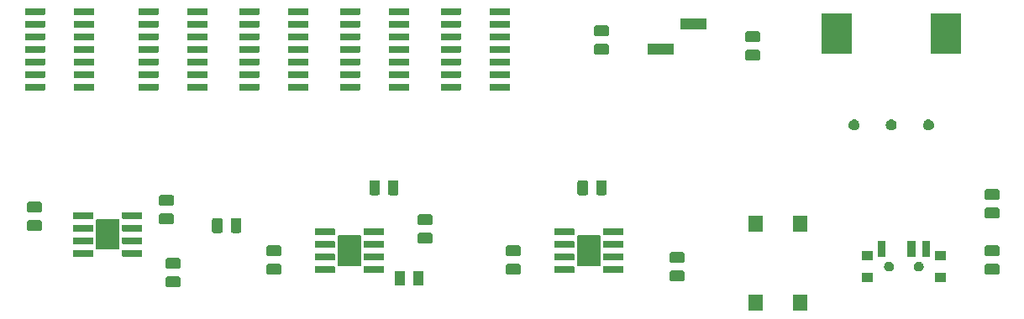
<source format=gbr>
G04 #@! TF.GenerationSoftware,KiCad,Pcbnew,5.1.5+dfsg1-2build2*
G04 #@! TF.CreationDate,2021-01-30T12:17:23-05:00*
G04 #@! TF.ProjectId,breadboard_clock,62726561-6462-46f6-9172-645f636c6f63,rev?*
G04 #@! TF.SameCoordinates,Original*
G04 #@! TF.FileFunction,Soldermask,Top*
G04 #@! TF.FilePolarity,Negative*
%FSLAX46Y46*%
G04 Gerber Fmt 4.6, Leading zero omitted, Abs format (unit mm)*
G04 Created by KiCad (PCBNEW 5.1.5+dfsg1-2build2) date 2021-01-30 12:17:23*
%MOMM*%
%LPD*%
G04 APERTURE LIST*
%ADD10C,0.100000*%
G04 APERTURE END LIST*
D10*
G36*
X121061000Y-115291000D02*
G01*
X119659000Y-115291000D01*
X119659000Y-113639000D01*
X121061000Y-113639000D01*
X121061000Y-115291000D01*
G37*
G36*
X116561000Y-115291000D02*
G01*
X115159000Y-115291000D01*
X115159000Y-113639000D01*
X116561000Y-113639000D01*
X116561000Y-115291000D01*
G37*
G36*
X57734468Y-111831065D02*
G01*
X57773138Y-111842796D01*
X57808777Y-111861846D01*
X57840017Y-111887483D01*
X57865654Y-111918723D01*
X57884704Y-111954362D01*
X57896435Y-111993032D01*
X57901000Y-112039388D01*
X57901000Y-112690612D01*
X57896435Y-112736968D01*
X57884704Y-112775638D01*
X57865654Y-112811277D01*
X57840017Y-112842517D01*
X57808777Y-112868154D01*
X57773138Y-112887204D01*
X57734468Y-112898935D01*
X57688112Y-112903500D01*
X56611888Y-112903500D01*
X56565532Y-112898935D01*
X56526862Y-112887204D01*
X56491223Y-112868154D01*
X56459983Y-112842517D01*
X56434346Y-112811277D01*
X56415296Y-112775638D01*
X56403565Y-112736968D01*
X56399000Y-112690612D01*
X56399000Y-112039388D01*
X56403565Y-111993032D01*
X56415296Y-111954362D01*
X56434346Y-111918723D01*
X56459983Y-111887483D01*
X56491223Y-111861846D01*
X56526862Y-111842796D01*
X56565532Y-111831065D01*
X56611888Y-111826500D01*
X57688112Y-111826500D01*
X57734468Y-111831065D01*
G37*
G36*
X80371968Y-111253565D02*
G01*
X80410638Y-111265296D01*
X80446277Y-111284346D01*
X80477517Y-111309983D01*
X80503154Y-111341223D01*
X80522204Y-111376862D01*
X80533935Y-111415532D01*
X80538500Y-111461888D01*
X80538500Y-112538112D01*
X80533935Y-112584468D01*
X80522204Y-112623138D01*
X80503154Y-112658777D01*
X80477517Y-112690017D01*
X80446277Y-112715654D01*
X80410638Y-112734704D01*
X80371968Y-112746435D01*
X80325612Y-112751000D01*
X79674388Y-112751000D01*
X79628032Y-112746435D01*
X79589362Y-112734704D01*
X79553723Y-112715654D01*
X79522483Y-112690017D01*
X79496846Y-112658777D01*
X79477796Y-112623138D01*
X79466065Y-112584468D01*
X79461500Y-112538112D01*
X79461500Y-111461888D01*
X79466065Y-111415532D01*
X79477796Y-111376862D01*
X79496846Y-111341223D01*
X79522483Y-111309983D01*
X79553723Y-111284346D01*
X79589362Y-111265296D01*
X79628032Y-111253565D01*
X79674388Y-111249000D01*
X80325612Y-111249000D01*
X80371968Y-111253565D01*
G37*
G36*
X82246968Y-111253565D02*
G01*
X82285638Y-111265296D01*
X82321277Y-111284346D01*
X82352517Y-111309983D01*
X82378154Y-111341223D01*
X82397204Y-111376862D01*
X82408935Y-111415532D01*
X82413500Y-111461888D01*
X82413500Y-112538112D01*
X82408935Y-112584468D01*
X82397204Y-112623138D01*
X82378154Y-112658777D01*
X82352517Y-112690017D01*
X82321277Y-112715654D01*
X82285638Y-112734704D01*
X82246968Y-112746435D01*
X82200612Y-112751000D01*
X81549388Y-112751000D01*
X81503032Y-112746435D01*
X81464362Y-112734704D01*
X81428723Y-112715654D01*
X81397483Y-112690017D01*
X81371846Y-112658777D01*
X81352796Y-112623138D01*
X81341065Y-112584468D01*
X81336500Y-112538112D01*
X81336500Y-111461888D01*
X81341065Y-111415532D01*
X81352796Y-111376862D01*
X81371846Y-111341223D01*
X81397483Y-111309983D01*
X81428723Y-111284346D01*
X81464362Y-111265296D01*
X81503032Y-111253565D01*
X81549388Y-111249000D01*
X82200612Y-111249000D01*
X82246968Y-111253565D01*
G37*
G36*
X135011000Y-112371000D02*
G01*
X133909000Y-112371000D01*
X133909000Y-111469000D01*
X135011000Y-111469000D01*
X135011000Y-112371000D01*
G37*
G36*
X127711000Y-112371000D02*
G01*
X126609000Y-112371000D01*
X126609000Y-111469000D01*
X127711000Y-111469000D01*
X127711000Y-112371000D01*
G37*
G36*
X108534468Y-111226065D02*
G01*
X108573138Y-111237796D01*
X108608777Y-111256846D01*
X108640017Y-111282483D01*
X108665654Y-111313723D01*
X108684704Y-111349362D01*
X108696435Y-111388032D01*
X108701000Y-111434388D01*
X108701000Y-112085612D01*
X108696435Y-112131968D01*
X108684704Y-112170638D01*
X108665654Y-112206277D01*
X108640017Y-112237517D01*
X108608777Y-112263154D01*
X108573138Y-112282204D01*
X108534468Y-112293935D01*
X108488112Y-112298500D01*
X107411888Y-112298500D01*
X107365532Y-112293935D01*
X107326862Y-112282204D01*
X107291223Y-112263154D01*
X107259983Y-112237517D01*
X107234346Y-112206277D01*
X107215296Y-112170638D01*
X107203565Y-112131968D01*
X107199000Y-112085612D01*
X107199000Y-111434388D01*
X107203565Y-111388032D01*
X107215296Y-111349362D01*
X107234346Y-111313723D01*
X107259983Y-111282483D01*
X107291223Y-111256846D01*
X107326862Y-111237796D01*
X107365532Y-111226065D01*
X107411888Y-111221500D01*
X108488112Y-111221500D01*
X108534468Y-111226065D01*
G37*
G36*
X67894468Y-110561065D02*
G01*
X67933138Y-110572796D01*
X67968777Y-110591846D01*
X68000017Y-110617483D01*
X68025654Y-110648723D01*
X68044704Y-110684362D01*
X68056435Y-110723032D01*
X68061000Y-110769388D01*
X68061000Y-111420612D01*
X68056435Y-111466968D01*
X68044704Y-111505638D01*
X68025654Y-111541277D01*
X68000017Y-111572517D01*
X67968777Y-111598154D01*
X67933138Y-111617204D01*
X67894468Y-111628935D01*
X67848112Y-111633500D01*
X66771888Y-111633500D01*
X66725532Y-111628935D01*
X66686862Y-111617204D01*
X66651223Y-111598154D01*
X66619983Y-111572517D01*
X66594346Y-111541277D01*
X66575296Y-111505638D01*
X66563565Y-111466968D01*
X66559000Y-111420612D01*
X66559000Y-110769388D01*
X66563565Y-110723032D01*
X66575296Y-110684362D01*
X66594346Y-110648723D01*
X66619983Y-110617483D01*
X66651223Y-110591846D01*
X66686862Y-110572796D01*
X66725532Y-110561065D01*
X66771888Y-110556500D01*
X67848112Y-110556500D01*
X67894468Y-110561065D01*
G37*
G36*
X92024468Y-110561065D02*
G01*
X92063138Y-110572796D01*
X92098777Y-110591846D01*
X92130017Y-110617483D01*
X92155654Y-110648723D01*
X92174704Y-110684362D01*
X92186435Y-110723032D01*
X92191000Y-110769388D01*
X92191000Y-111420612D01*
X92186435Y-111466968D01*
X92174704Y-111505638D01*
X92155654Y-111541277D01*
X92130017Y-111572517D01*
X92098777Y-111598154D01*
X92063138Y-111617204D01*
X92024468Y-111628935D01*
X91978112Y-111633500D01*
X90901888Y-111633500D01*
X90855532Y-111628935D01*
X90816862Y-111617204D01*
X90781223Y-111598154D01*
X90749983Y-111572517D01*
X90724346Y-111541277D01*
X90705296Y-111505638D01*
X90693565Y-111466968D01*
X90689000Y-111420612D01*
X90689000Y-110769388D01*
X90693565Y-110723032D01*
X90705296Y-110684362D01*
X90724346Y-110648723D01*
X90749983Y-110617483D01*
X90781223Y-110591846D01*
X90816862Y-110572796D01*
X90855532Y-110561065D01*
X90901888Y-110556500D01*
X91978112Y-110556500D01*
X92024468Y-110561065D01*
G37*
G36*
X140284468Y-110561065D02*
G01*
X140323138Y-110572796D01*
X140358777Y-110591846D01*
X140390017Y-110617483D01*
X140415654Y-110648723D01*
X140434704Y-110684362D01*
X140446435Y-110723032D01*
X140451000Y-110769388D01*
X140451000Y-111420612D01*
X140446435Y-111466968D01*
X140434704Y-111505638D01*
X140415654Y-111541277D01*
X140390017Y-111572517D01*
X140358777Y-111598154D01*
X140323138Y-111617204D01*
X140284468Y-111628935D01*
X140238112Y-111633500D01*
X139161888Y-111633500D01*
X139115532Y-111628935D01*
X139076862Y-111617204D01*
X139041223Y-111598154D01*
X139009983Y-111572517D01*
X138984346Y-111541277D01*
X138965296Y-111505638D01*
X138953565Y-111466968D01*
X138949000Y-111420612D01*
X138949000Y-110769388D01*
X138953565Y-110723032D01*
X138965296Y-110684362D01*
X138984346Y-110648723D01*
X139009983Y-110617483D01*
X139041223Y-110591846D01*
X139076862Y-110572796D01*
X139115532Y-110561065D01*
X139161888Y-110556500D01*
X140238112Y-110556500D01*
X140284468Y-110561065D01*
G37*
G36*
X97519928Y-110776764D02*
G01*
X97541009Y-110783160D01*
X97560445Y-110793548D01*
X97577476Y-110807524D01*
X97591452Y-110824555D01*
X97601840Y-110843991D01*
X97608236Y-110865072D01*
X97611000Y-110893140D01*
X97611000Y-111356860D01*
X97608236Y-111384928D01*
X97601840Y-111406009D01*
X97591452Y-111425445D01*
X97577476Y-111442476D01*
X97560445Y-111456452D01*
X97541009Y-111466840D01*
X97519928Y-111473236D01*
X97491860Y-111476000D01*
X95678140Y-111476000D01*
X95650072Y-111473236D01*
X95628991Y-111466840D01*
X95609555Y-111456452D01*
X95592524Y-111442476D01*
X95578548Y-111425445D01*
X95568160Y-111406009D01*
X95561764Y-111384928D01*
X95559000Y-111356860D01*
X95559000Y-110893140D01*
X95561764Y-110865072D01*
X95568160Y-110843991D01*
X95578548Y-110824555D01*
X95592524Y-110807524D01*
X95609555Y-110793548D01*
X95628991Y-110783160D01*
X95650072Y-110776764D01*
X95678140Y-110774000D01*
X97491860Y-110774000D01*
X97519928Y-110776764D01*
G37*
G36*
X73389928Y-110776764D02*
G01*
X73411009Y-110783160D01*
X73430445Y-110793548D01*
X73447476Y-110807524D01*
X73461452Y-110824555D01*
X73471840Y-110843991D01*
X73478236Y-110865072D01*
X73481000Y-110893140D01*
X73481000Y-111356860D01*
X73478236Y-111384928D01*
X73471840Y-111406009D01*
X73461452Y-111425445D01*
X73447476Y-111442476D01*
X73430445Y-111456452D01*
X73411009Y-111466840D01*
X73389928Y-111473236D01*
X73361860Y-111476000D01*
X71548140Y-111476000D01*
X71520072Y-111473236D01*
X71498991Y-111466840D01*
X71479555Y-111456452D01*
X71462524Y-111442476D01*
X71448548Y-111425445D01*
X71438160Y-111406009D01*
X71431764Y-111384928D01*
X71429000Y-111356860D01*
X71429000Y-110893140D01*
X71431764Y-110865072D01*
X71438160Y-110843991D01*
X71448548Y-110824555D01*
X71462524Y-110807524D01*
X71479555Y-110793548D01*
X71498991Y-110783160D01*
X71520072Y-110776764D01*
X71548140Y-110774000D01*
X73361860Y-110774000D01*
X73389928Y-110776764D01*
G37*
G36*
X78339928Y-110776764D02*
G01*
X78361009Y-110783160D01*
X78380445Y-110793548D01*
X78397476Y-110807524D01*
X78411452Y-110824555D01*
X78421840Y-110843991D01*
X78428236Y-110865072D01*
X78431000Y-110893140D01*
X78431000Y-111356860D01*
X78428236Y-111384928D01*
X78421840Y-111406009D01*
X78411452Y-111425445D01*
X78397476Y-111442476D01*
X78380445Y-111456452D01*
X78361009Y-111466840D01*
X78339928Y-111473236D01*
X78311860Y-111476000D01*
X76498140Y-111476000D01*
X76470072Y-111473236D01*
X76448991Y-111466840D01*
X76429555Y-111456452D01*
X76412524Y-111442476D01*
X76398548Y-111425445D01*
X76388160Y-111406009D01*
X76381764Y-111384928D01*
X76379000Y-111356860D01*
X76379000Y-110893140D01*
X76381764Y-110865072D01*
X76388160Y-110843991D01*
X76398548Y-110824555D01*
X76412524Y-110807524D01*
X76429555Y-110793548D01*
X76448991Y-110783160D01*
X76470072Y-110776764D01*
X76498140Y-110774000D01*
X78311860Y-110774000D01*
X78339928Y-110776764D01*
G37*
G36*
X102469928Y-110776764D02*
G01*
X102491009Y-110783160D01*
X102510445Y-110793548D01*
X102527476Y-110807524D01*
X102541452Y-110824555D01*
X102551840Y-110843991D01*
X102558236Y-110865072D01*
X102561000Y-110893140D01*
X102561000Y-111356860D01*
X102558236Y-111384928D01*
X102551840Y-111406009D01*
X102541452Y-111425445D01*
X102527476Y-111442476D01*
X102510445Y-111456452D01*
X102491009Y-111466840D01*
X102469928Y-111473236D01*
X102441860Y-111476000D01*
X100628140Y-111476000D01*
X100600072Y-111473236D01*
X100578991Y-111466840D01*
X100559555Y-111456452D01*
X100542524Y-111442476D01*
X100528548Y-111425445D01*
X100518160Y-111406009D01*
X100511764Y-111384928D01*
X100509000Y-111356860D01*
X100509000Y-110893140D01*
X100511764Y-110865072D01*
X100518160Y-110843991D01*
X100528548Y-110824555D01*
X100542524Y-110807524D01*
X100559555Y-110793548D01*
X100578991Y-110783160D01*
X100600072Y-110776764D01*
X100628140Y-110774000D01*
X102441860Y-110774000D01*
X102469928Y-110776764D01*
G37*
G36*
X129407740Y-110328626D02*
G01*
X129456136Y-110338253D01*
X129493902Y-110353896D01*
X129547311Y-110376019D01*
X129565472Y-110388154D01*
X129629369Y-110430848D01*
X129699152Y-110500631D01*
X129726752Y-110541938D01*
X129753981Y-110582689D01*
X129791747Y-110673865D01*
X129807115Y-110751122D01*
X129811000Y-110770656D01*
X129811000Y-110869344D01*
X129791747Y-110966136D01*
X129776104Y-111003902D01*
X129753981Y-111057311D01*
X129753980Y-111057312D01*
X129699152Y-111139369D01*
X129629369Y-111209152D01*
X129603145Y-111226674D01*
X129547311Y-111263981D01*
X129502643Y-111282483D01*
X129456136Y-111301747D01*
X129407740Y-111311374D01*
X129359345Y-111321000D01*
X129260655Y-111321000D01*
X129212260Y-111311374D01*
X129163864Y-111301747D01*
X129117357Y-111282483D01*
X129072689Y-111263981D01*
X129016855Y-111226674D01*
X128990631Y-111209152D01*
X128920848Y-111139369D01*
X128866020Y-111057312D01*
X128866019Y-111057311D01*
X128843896Y-111003902D01*
X128828253Y-110966136D01*
X128809000Y-110869344D01*
X128809000Y-110770656D01*
X128812886Y-110751122D01*
X128828253Y-110673865D01*
X128866019Y-110582689D01*
X128893248Y-110541938D01*
X128920848Y-110500631D01*
X128990631Y-110430848D01*
X129054528Y-110388154D01*
X129072689Y-110376019D01*
X129126098Y-110353896D01*
X129163864Y-110338253D01*
X129212260Y-110328626D01*
X129260655Y-110319000D01*
X129359345Y-110319000D01*
X129407740Y-110328626D01*
G37*
G36*
X132407740Y-110328626D02*
G01*
X132456136Y-110338253D01*
X132493902Y-110353896D01*
X132547311Y-110376019D01*
X132565472Y-110388154D01*
X132629369Y-110430848D01*
X132699152Y-110500631D01*
X132726752Y-110541938D01*
X132753981Y-110582689D01*
X132791747Y-110673865D01*
X132807115Y-110751122D01*
X132811000Y-110770656D01*
X132811000Y-110869344D01*
X132791747Y-110966136D01*
X132776104Y-111003902D01*
X132753981Y-111057311D01*
X132753980Y-111057312D01*
X132699152Y-111139369D01*
X132629369Y-111209152D01*
X132603145Y-111226674D01*
X132547311Y-111263981D01*
X132502643Y-111282483D01*
X132456136Y-111301747D01*
X132407740Y-111311374D01*
X132359345Y-111321000D01*
X132260655Y-111321000D01*
X132212260Y-111311374D01*
X132163864Y-111301747D01*
X132117357Y-111282483D01*
X132072689Y-111263981D01*
X132016855Y-111226674D01*
X131990631Y-111209152D01*
X131920848Y-111139369D01*
X131866020Y-111057312D01*
X131866019Y-111057311D01*
X131843896Y-111003902D01*
X131828253Y-110966136D01*
X131809000Y-110869344D01*
X131809000Y-110770656D01*
X131812886Y-110751122D01*
X131828253Y-110673865D01*
X131866019Y-110582689D01*
X131893248Y-110541938D01*
X131920848Y-110500631D01*
X131990631Y-110430848D01*
X132054528Y-110388154D01*
X132072689Y-110376019D01*
X132126098Y-110353896D01*
X132163864Y-110338253D01*
X132212260Y-110328626D01*
X132260655Y-110319000D01*
X132359345Y-110319000D01*
X132407740Y-110328626D01*
G37*
G36*
X57734468Y-109956065D02*
G01*
X57773138Y-109967796D01*
X57808777Y-109986846D01*
X57840017Y-110012483D01*
X57865654Y-110043723D01*
X57884704Y-110079362D01*
X57896435Y-110118032D01*
X57901000Y-110164388D01*
X57901000Y-110815612D01*
X57896435Y-110861968D01*
X57884704Y-110900638D01*
X57865654Y-110936277D01*
X57840017Y-110967517D01*
X57808777Y-110993154D01*
X57773138Y-111012204D01*
X57734468Y-111023935D01*
X57688112Y-111028500D01*
X56611888Y-111028500D01*
X56565532Y-111023935D01*
X56526862Y-111012204D01*
X56491223Y-110993154D01*
X56459983Y-110967517D01*
X56434346Y-110936277D01*
X56415296Y-110900638D01*
X56403565Y-110861968D01*
X56399000Y-110815612D01*
X56399000Y-110164388D01*
X56403565Y-110118032D01*
X56415296Y-110079362D01*
X56434346Y-110043723D01*
X56459983Y-110012483D01*
X56491223Y-109986846D01*
X56526862Y-109967796D01*
X56565532Y-109956065D01*
X56611888Y-109951500D01*
X57688112Y-109951500D01*
X57734468Y-109956065D01*
G37*
G36*
X100124336Y-107672733D02*
G01*
X100154883Y-107681999D01*
X100183033Y-107697046D01*
X100207706Y-107717294D01*
X100227954Y-107741967D01*
X100243001Y-107770117D01*
X100252267Y-107800664D01*
X100256000Y-107838567D01*
X100256000Y-110601433D01*
X100252267Y-110639336D01*
X100243001Y-110669883D01*
X100227954Y-110698033D01*
X100207706Y-110722706D01*
X100183033Y-110742954D01*
X100154883Y-110758001D01*
X100124336Y-110767267D01*
X100086433Y-110771000D01*
X98033567Y-110771000D01*
X97995664Y-110767267D01*
X97965117Y-110758001D01*
X97936967Y-110742954D01*
X97912294Y-110722706D01*
X97892046Y-110698033D01*
X97876999Y-110669883D01*
X97867733Y-110639336D01*
X97864000Y-110601433D01*
X97864000Y-107838567D01*
X97867733Y-107800664D01*
X97876999Y-107770117D01*
X97892046Y-107741967D01*
X97912294Y-107717294D01*
X97936967Y-107697046D01*
X97965117Y-107681999D01*
X97995664Y-107672733D01*
X98033567Y-107669000D01*
X100086433Y-107669000D01*
X100124336Y-107672733D01*
G37*
G36*
X75994336Y-107672733D02*
G01*
X76024883Y-107681999D01*
X76053033Y-107697046D01*
X76077706Y-107717294D01*
X76097954Y-107741967D01*
X76113001Y-107770117D01*
X76122267Y-107800664D01*
X76126000Y-107838567D01*
X76126000Y-110601433D01*
X76122267Y-110639336D01*
X76113001Y-110669883D01*
X76097954Y-110698033D01*
X76077706Y-110722706D01*
X76053033Y-110742954D01*
X76024883Y-110758001D01*
X75994336Y-110767267D01*
X75956433Y-110771000D01*
X73903567Y-110771000D01*
X73865664Y-110767267D01*
X73835117Y-110758001D01*
X73806967Y-110742954D01*
X73782294Y-110722706D01*
X73762046Y-110698033D01*
X73746999Y-110669883D01*
X73737733Y-110639336D01*
X73734000Y-110601433D01*
X73734000Y-107838567D01*
X73737733Y-107800664D01*
X73746999Y-107770117D01*
X73762046Y-107741967D01*
X73782294Y-107717294D01*
X73806967Y-107697046D01*
X73835117Y-107681999D01*
X73865664Y-107672733D01*
X73903567Y-107669000D01*
X75956433Y-107669000D01*
X75994336Y-107672733D01*
G37*
G36*
X108534468Y-109351065D02*
G01*
X108573138Y-109362796D01*
X108608777Y-109381846D01*
X108640017Y-109407483D01*
X108665654Y-109438723D01*
X108684704Y-109474362D01*
X108696435Y-109513032D01*
X108701000Y-109559388D01*
X108701000Y-110210612D01*
X108696435Y-110256968D01*
X108684704Y-110295638D01*
X108665654Y-110331277D01*
X108640017Y-110362517D01*
X108608777Y-110388154D01*
X108573138Y-110407204D01*
X108534468Y-110418935D01*
X108488112Y-110423500D01*
X107411888Y-110423500D01*
X107365532Y-110418935D01*
X107326862Y-110407204D01*
X107291223Y-110388154D01*
X107259983Y-110362517D01*
X107234346Y-110331277D01*
X107215296Y-110295638D01*
X107203565Y-110256968D01*
X107199000Y-110210612D01*
X107199000Y-109559388D01*
X107203565Y-109513032D01*
X107215296Y-109474362D01*
X107234346Y-109438723D01*
X107259983Y-109407483D01*
X107291223Y-109381846D01*
X107326862Y-109362796D01*
X107365532Y-109351065D01*
X107411888Y-109346500D01*
X108488112Y-109346500D01*
X108534468Y-109351065D01*
G37*
G36*
X102469928Y-109506764D02*
G01*
X102491009Y-109513160D01*
X102510445Y-109523548D01*
X102527476Y-109537524D01*
X102541452Y-109554555D01*
X102551840Y-109573991D01*
X102558236Y-109595072D01*
X102561000Y-109623140D01*
X102561000Y-110086860D01*
X102558236Y-110114928D01*
X102551840Y-110136009D01*
X102541452Y-110155445D01*
X102527476Y-110172476D01*
X102510445Y-110186452D01*
X102491009Y-110196840D01*
X102469928Y-110203236D01*
X102441860Y-110206000D01*
X100628140Y-110206000D01*
X100600072Y-110203236D01*
X100578991Y-110196840D01*
X100559555Y-110186452D01*
X100542524Y-110172476D01*
X100528548Y-110155445D01*
X100518160Y-110136009D01*
X100511764Y-110114928D01*
X100509000Y-110086860D01*
X100509000Y-109623140D01*
X100511764Y-109595072D01*
X100518160Y-109573991D01*
X100528548Y-109554555D01*
X100542524Y-109537524D01*
X100559555Y-109523548D01*
X100578991Y-109513160D01*
X100600072Y-109506764D01*
X100628140Y-109504000D01*
X102441860Y-109504000D01*
X102469928Y-109506764D01*
G37*
G36*
X73389928Y-109506764D02*
G01*
X73411009Y-109513160D01*
X73430445Y-109523548D01*
X73447476Y-109537524D01*
X73461452Y-109554555D01*
X73471840Y-109573991D01*
X73478236Y-109595072D01*
X73481000Y-109623140D01*
X73481000Y-110086860D01*
X73478236Y-110114928D01*
X73471840Y-110136009D01*
X73461452Y-110155445D01*
X73447476Y-110172476D01*
X73430445Y-110186452D01*
X73411009Y-110196840D01*
X73389928Y-110203236D01*
X73361860Y-110206000D01*
X71548140Y-110206000D01*
X71520072Y-110203236D01*
X71498991Y-110196840D01*
X71479555Y-110186452D01*
X71462524Y-110172476D01*
X71448548Y-110155445D01*
X71438160Y-110136009D01*
X71431764Y-110114928D01*
X71429000Y-110086860D01*
X71429000Y-109623140D01*
X71431764Y-109595072D01*
X71438160Y-109573991D01*
X71448548Y-109554555D01*
X71462524Y-109537524D01*
X71479555Y-109523548D01*
X71498991Y-109513160D01*
X71520072Y-109506764D01*
X71548140Y-109504000D01*
X73361860Y-109504000D01*
X73389928Y-109506764D01*
G37*
G36*
X78339928Y-109506764D02*
G01*
X78361009Y-109513160D01*
X78380445Y-109523548D01*
X78397476Y-109537524D01*
X78411452Y-109554555D01*
X78421840Y-109573991D01*
X78428236Y-109595072D01*
X78431000Y-109623140D01*
X78431000Y-110086860D01*
X78428236Y-110114928D01*
X78421840Y-110136009D01*
X78411452Y-110155445D01*
X78397476Y-110172476D01*
X78380445Y-110186452D01*
X78361009Y-110196840D01*
X78339928Y-110203236D01*
X78311860Y-110206000D01*
X76498140Y-110206000D01*
X76470072Y-110203236D01*
X76448991Y-110196840D01*
X76429555Y-110186452D01*
X76412524Y-110172476D01*
X76398548Y-110155445D01*
X76388160Y-110136009D01*
X76381764Y-110114928D01*
X76379000Y-110086860D01*
X76379000Y-109623140D01*
X76381764Y-109595072D01*
X76388160Y-109573991D01*
X76398548Y-109554555D01*
X76412524Y-109537524D01*
X76429555Y-109523548D01*
X76448991Y-109513160D01*
X76470072Y-109506764D01*
X76498140Y-109504000D01*
X78311860Y-109504000D01*
X78339928Y-109506764D01*
G37*
G36*
X97519928Y-109506764D02*
G01*
X97541009Y-109513160D01*
X97560445Y-109523548D01*
X97577476Y-109537524D01*
X97591452Y-109554555D01*
X97601840Y-109573991D01*
X97608236Y-109595072D01*
X97611000Y-109623140D01*
X97611000Y-110086860D01*
X97608236Y-110114928D01*
X97601840Y-110136009D01*
X97591452Y-110155445D01*
X97577476Y-110172476D01*
X97560445Y-110186452D01*
X97541009Y-110196840D01*
X97519928Y-110203236D01*
X97491860Y-110206000D01*
X95678140Y-110206000D01*
X95650072Y-110203236D01*
X95628991Y-110196840D01*
X95609555Y-110186452D01*
X95592524Y-110172476D01*
X95578548Y-110155445D01*
X95568160Y-110136009D01*
X95561764Y-110114928D01*
X95559000Y-110086860D01*
X95559000Y-109623140D01*
X95561764Y-109595072D01*
X95568160Y-109573991D01*
X95578548Y-109554555D01*
X95592524Y-109537524D01*
X95609555Y-109523548D01*
X95628991Y-109513160D01*
X95650072Y-109506764D01*
X95678140Y-109504000D01*
X97491860Y-109504000D01*
X97519928Y-109506764D01*
G37*
G36*
X127711000Y-110161000D02*
G01*
X126609000Y-110161000D01*
X126609000Y-109259000D01*
X127711000Y-109259000D01*
X127711000Y-110161000D01*
G37*
G36*
X135011000Y-110161000D02*
G01*
X133909000Y-110161000D01*
X133909000Y-109259000D01*
X135011000Y-109259000D01*
X135011000Y-110161000D01*
G37*
G36*
X128961000Y-109861000D02*
G01*
X128159000Y-109861000D01*
X128159000Y-108259000D01*
X128961000Y-108259000D01*
X128961000Y-109861000D01*
G37*
G36*
X131961000Y-109861000D02*
G01*
X131159000Y-109861000D01*
X131159000Y-108259000D01*
X131961000Y-108259000D01*
X131961000Y-109861000D01*
G37*
G36*
X133461000Y-109861000D02*
G01*
X132659000Y-109861000D01*
X132659000Y-108259000D01*
X133461000Y-108259000D01*
X133461000Y-109861000D01*
G37*
G36*
X49019928Y-109126764D02*
G01*
X49041009Y-109133160D01*
X49060445Y-109143548D01*
X49077476Y-109157524D01*
X49091452Y-109174555D01*
X49101840Y-109193991D01*
X49108236Y-109215072D01*
X49111000Y-109243140D01*
X49111000Y-109706860D01*
X49108236Y-109734928D01*
X49101840Y-109756009D01*
X49091452Y-109775445D01*
X49077476Y-109792476D01*
X49060445Y-109806452D01*
X49041009Y-109816840D01*
X49019928Y-109823236D01*
X48991860Y-109826000D01*
X47178140Y-109826000D01*
X47150072Y-109823236D01*
X47128991Y-109816840D01*
X47109555Y-109806452D01*
X47092524Y-109792476D01*
X47078548Y-109775445D01*
X47068160Y-109756009D01*
X47061764Y-109734928D01*
X47059000Y-109706860D01*
X47059000Y-109243140D01*
X47061764Y-109215072D01*
X47068160Y-109193991D01*
X47078548Y-109174555D01*
X47092524Y-109157524D01*
X47109555Y-109143548D01*
X47128991Y-109133160D01*
X47150072Y-109126764D01*
X47178140Y-109124000D01*
X48991860Y-109124000D01*
X49019928Y-109126764D01*
G37*
G36*
X53969928Y-109126764D02*
G01*
X53991009Y-109133160D01*
X54010445Y-109143548D01*
X54027476Y-109157524D01*
X54041452Y-109174555D01*
X54051840Y-109193991D01*
X54058236Y-109215072D01*
X54061000Y-109243140D01*
X54061000Y-109706860D01*
X54058236Y-109734928D01*
X54051840Y-109756009D01*
X54041452Y-109775445D01*
X54027476Y-109792476D01*
X54010445Y-109806452D01*
X53991009Y-109816840D01*
X53969928Y-109823236D01*
X53941860Y-109826000D01*
X52128140Y-109826000D01*
X52100072Y-109823236D01*
X52078991Y-109816840D01*
X52059555Y-109806452D01*
X52042524Y-109792476D01*
X52028548Y-109775445D01*
X52018160Y-109756009D01*
X52011764Y-109734928D01*
X52009000Y-109706860D01*
X52009000Y-109243140D01*
X52011764Y-109215072D01*
X52018160Y-109193991D01*
X52028548Y-109174555D01*
X52042524Y-109157524D01*
X52059555Y-109143548D01*
X52078991Y-109133160D01*
X52100072Y-109126764D01*
X52128140Y-109124000D01*
X53941860Y-109124000D01*
X53969928Y-109126764D01*
G37*
G36*
X140284468Y-108686065D02*
G01*
X140323138Y-108697796D01*
X140358777Y-108716846D01*
X140390017Y-108742483D01*
X140415654Y-108773723D01*
X140434704Y-108809362D01*
X140446435Y-108848032D01*
X140451000Y-108894388D01*
X140451000Y-109545612D01*
X140446435Y-109591968D01*
X140434704Y-109630638D01*
X140415654Y-109666277D01*
X140390017Y-109697517D01*
X140358777Y-109723154D01*
X140323138Y-109742204D01*
X140284468Y-109753935D01*
X140238112Y-109758500D01*
X139161888Y-109758500D01*
X139115532Y-109753935D01*
X139076862Y-109742204D01*
X139041223Y-109723154D01*
X139009983Y-109697517D01*
X138984346Y-109666277D01*
X138965296Y-109630638D01*
X138953565Y-109591968D01*
X138949000Y-109545612D01*
X138949000Y-108894388D01*
X138953565Y-108848032D01*
X138965296Y-108809362D01*
X138984346Y-108773723D01*
X139009983Y-108742483D01*
X139041223Y-108716846D01*
X139076862Y-108697796D01*
X139115532Y-108686065D01*
X139161888Y-108681500D01*
X140238112Y-108681500D01*
X140284468Y-108686065D01*
G37*
G36*
X92024468Y-108686065D02*
G01*
X92063138Y-108697796D01*
X92098777Y-108716846D01*
X92130017Y-108742483D01*
X92155654Y-108773723D01*
X92174704Y-108809362D01*
X92186435Y-108848032D01*
X92191000Y-108894388D01*
X92191000Y-109545612D01*
X92186435Y-109591968D01*
X92174704Y-109630638D01*
X92155654Y-109666277D01*
X92130017Y-109697517D01*
X92098777Y-109723154D01*
X92063138Y-109742204D01*
X92024468Y-109753935D01*
X91978112Y-109758500D01*
X90901888Y-109758500D01*
X90855532Y-109753935D01*
X90816862Y-109742204D01*
X90781223Y-109723154D01*
X90749983Y-109697517D01*
X90724346Y-109666277D01*
X90705296Y-109630638D01*
X90693565Y-109591968D01*
X90689000Y-109545612D01*
X90689000Y-108894388D01*
X90693565Y-108848032D01*
X90705296Y-108809362D01*
X90724346Y-108773723D01*
X90749983Y-108742483D01*
X90781223Y-108716846D01*
X90816862Y-108697796D01*
X90855532Y-108686065D01*
X90901888Y-108681500D01*
X91978112Y-108681500D01*
X92024468Y-108686065D01*
G37*
G36*
X67894468Y-108686065D02*
G01*
X67933138Y-108697796D01*
X67968777Y-108716846D01*
X68000017Y-108742483D01*
X68025654Y-108773723D01*
X68044704Y-108809362D01*
X68056435Y-108848032D01*
X68061000Y-108894388D01*
X68061000Y-109545612D01*
X68056435Y-109591968D01*
X68044704Y-109630638D01*
X68025654Y-109666277D01*
X68000017Y-109697517D01*
X67968777Y-109723154D01*
X67933138Y-109742204D01*
X67894468Y-109753935D01*
X67848112Y-109758500D01*
X66771888Y-109758500D01*
X66725532Y-109753935D01*
X66686862Y-109742204D01*
X66651223Y-109723154D01*
X66619983Y-109697517D01*
X66594346Y-109666277D01*
X66575296Y-109630638D01*
X66563565Y-109591968D01*
X66559000Y-109545612D01*
X66559000Y-108894388D01*
X66563565Y-108848032D01*
X66575296Y-108809362D01*
X66594346Y-108773723D01*
X66619983Y-108742483D01*
X66651223Y-108716846D01*
X66686862Y-108697796D01*
X66725532Y-108686065D01*
X66771888Y-108681500D01*
X67848112Y-108681500D01*
X67894468Y-108686065D01*
G37*
G36*
X51624336Y-106022733D02*
G01*
X51654883Y-106031999D01*
X51683033Y-106047046D01*
X51707706Y-106067294D01*
X51727954Y-106091967D01*
X51743001Y-106120117D01*
X51752267Y-106150664D01*
X51756000Y-106188567D01*
X51756000Y-108951433D01*
X51752267Y-108989336D01*
X51743001Y-109019883D01*
X51727954Y-109048033D01*
X51707706Y-109072706D01*
X51683033Y-109092954D01*
X51654883Y-109108001D01*
X51624336Y-109117267D01*
X51586433Y-109121000D01*
X49533567Y-109121000D01*
X49495664Y-109117267D01*
X49465117Y-109108001D01*
X49436967Y-109092954D01*
X49412294Y-109072706D01*
X49392046Y-109048033D01*
X49376999Y-109019883D01*
X49367733Y-108989336D01*
X49364000Y-108951433D01*
X49364000Y-106188567D01*
X49367733Y-106150664D01*
X49376999Y-106120117D01*
X49392046Y-106091967D01*
X49412294Y-106067294D01*
X49436967Y-106047046D01*
X49465117Y-106031999D01*
X49495664Y-106022733D01*
X49533567Y-106019000D01*
X51586433Y-106019000D01*
X51624336Y-106022733D01*
G37*
G36*
X102469928Y-108236764D02*
G01*
X102491009Y-108243160D01*
X102510445Y-108253548D01*
X102527476Y-108267524D01*
X102541452Y-108284555D01*
X102551840Y-108303991D01*
X102558236Y-108325072D01*
X102561000Y-108353140D01*
X102561000Y-108816860D01*
X102558236Y-108844928D01*
X102551840Y-108866009D01*
X102541452Y-108885445D01*
X102527476Y-108902476D01*
X102510445Y-108916452D01*
X102491009Y-108926840D01*
X102469928Y-108933236D01*
X102441860Y-108936000D01*
X100628140Y-108936000D01*
X100600072Y-108933236D01*
X100578991Y-108926840D01*
X100559555Y-108916452D01*
X100542524Y-108902476D01*
X100528548Y-108885445D01*
X100518160Y-108866009D01*
X100511764Y-108844928D01*
X100509000Y-108816860D01*
X100509000Y-108353140D01*
X100511764Y-108325072D01*
X100518160Y-108303991D01*
X100528548Y-108284555D01*
X100542524Y-108267524D01*
X100559555Y-108253548D01*
X100578991Y-108243160D01*
X100600072Y-108236764D01*
X100628140Y-108234000D01*
X102441860Y-108234000D01*
X102469928Y-108236764D01*
G37*
G36*
X73389928Y-108236764D02*
G01*
X73411009Y-108243160D01*
X73430445Y-108253548D01*
X73447476Y-108267524D01*
X73461452Y-108284555D01*
X73471840Y-108303991D01*
X73478236Y-108325072D01*
X73481000Y-108353140D01*
X73481000Y-108816860D01*
X73478236Y-108844928D01*
X73471840Y-108866009D01*
X73461452Y-108885445D01*
X73447476Y-108902476D01*
X73430445Y-108916452D01*
X73411009Y-108926840D01*
X73389928Y-108933236D01*
X73361860Y-108936000D01*
X71548140Y-108936000D01*
X71520072Y-108933236D01*
X71498991Y-108926840D01*
X71479555Y-108916452D01*
X71462524Y-108902476D01*
X71448548Y-108885445D01*
X71438160Y-108866009D01*
X71431764Y-108844928D01*
X71429000Y-108816860D01*
X71429000Y-108353140D01*
X71431764Y-108325072D01*
X71438160Y-108303991D01*
X71448548Y-108284555D01*
X71462524Y-108267524D01*
X71479555Y-108253548D01*
X71498991Y-108243160D01*
X71520072Y-108236764D01*
X71548140Y-108234000D01*
X73361860Y-108234000D01*
X73389928Y-108236764D01*
G37*
G36*
X97519928Y-108236764D02*
G01*
X97541009Y-108243160D01*
X97560445Y-108253548D01*
X97577476Y-108267524D01*
X97591452Y-108284555D01*
X97601840Y-108303991D01*
X97608236Y-108325072D01*
X97611000Y-108353140D01*
X97611000Y-108816860D01*
X97608236Y-108844928D01*
X97601840Y-108866009D01*
X97591452Y-108885445D01*
X97577476Y-108902476D01*
X97560445Y-108916452D01*
X97541009Y-108926840D01*
X97519928Y-108933236D01*
X97491860Y-108936000D01*
X95678140Y-108936000D01*
X95650072Y-108933236D01*
X95628991Y-108926840D01*
X95609555Y-108916452D01*
X95592524Y-108902476D01*
X95578548Y-108885445D01*
X95568160Y-108866009D01*
X95561764Y-108844928D01*
X95559000Y-108816860D01*
X95559000Y-108353140D01*
X95561764Y-108325072D01*
X95568160Y-108303991D01*
X95578548Y-108284555D01*
X95592524Y-108267524D01*
X95609555Y-108253548D01*
X95628991Y-108243160D01*
X95650072Y-108236764D01*
X95678140Y-108234000D01*
X97491860Y-108234000D01*
X97519928Y-108236764D01*
G37*
G36*
X78339928Y-108236764D02*
G01*
X78361009Y-108243160D01*
X78380445Y-108253548D01*
X78397476Y-108267524D01*
X78411452Y-108284555D01*
X78421840Y-108303991D01*
X78428236Y-108325072D01*
X78431000Y-108353140D01*
X78431000Y-108816860D01*
X78428236Y-108844928D01*
X78421840Y-108866009D01*
X78411452Y-108885445D01*
X78397476Y-108902476D01*
X78380445Y-108916452D01*
X78361009Y-108926840D01*
X78339928Y-108933236D01*
X78311860Y-108936000D01*
X76498140Y-108936000D01*
X76470072Y-108933236D01*
X76448991Y-108926840D01*
X76429555Y-108916452D01*
X76412524Y-108902476D01*
X76398548Y-108885445D01*
X76388160Y-108866009D01*
X76381764Y-108844928D01*
X76379000Y-108816860D01*
X76379000Y-108353140D01*
X76381764Y-108325072D01*
X76388160Y-108303991D01*
X76398548Y-108284555D01*
X76412524Y-108267524D01*
X76429555Y-108253548D01*
X76448991Y-108243160D01*
X76470072Y-108236764D01*
X76498140Y-108234000D01*
X78311860Y-108234000D01*
X78339928Y-108236764D01*
G37*
G36*
X49019928Y-107856764D02*
G01*
X49041009Y-107863160D01*
X49060445Y-107873548D01*
X49077476Y-107887524D01*
X49091452Y-107904555D01*
X49101840Y-107923991D01*
X49108236Y-107945072D01*
X49111000Y-107973140D01*
X49111000Y-108436860D01*
X49108236Y-108464928D01*
X49101840Y-108486009D01*
X49091452Y-108505445D01*
X49077476Y-108522476D01*
X49060445Y-108536452D01*
X49041009Y-108546840D01*
X49019928Y-108553236D01*
X48991860Y-108556000D01*
X47178140Y-108556000D01*
X47150072Y-108553236D01*
X47128991Y-108546840D01*
X47109555Y-108536452D01*
X47092524Y-108522476D01*
X47078548Y-108505445D01*
X47068160Y-108486009D01*
X47061764Y-108464928D01*
X47059000Y-108436860D01*
X47059000Y-107973140D01*
X47061764Y-107945072D01*
X47068160Y-107923991D01*
X47078548Y-107904555D01*
X47092524Y-107887524D01*
X47109555Y-107873548D01*
X47128991Y-107863160D01*
X47150072Y-107856764D01*
X47178140Y-107854000D01*
X48991860Y-107854000D01*
X49019928Y-107856764D01*
G37*
G36*
X53969928Y-107856764D02*
G01*
X53991009Y-107863160D01*
X54010445Y-107873548D01*
X54027476Y-107887524D01*
X54041452Y-107904555D01*
X54051840Y-107923991D01*
X54058236Y-107945072D01*
X54061000Y-107973140D01*
X54061000Y-108436860D01*
X54058236Y-108464928D01*
X54051840Y-108486009D01*
X54041452Y-108505445D01*
X54027476Y-108522476D01*
X54010445Y-108536452D01*
X53991009Y-108546840D01*
X53969928Y-108553236D01*
X53941860Y-108556000D01*
X52128140Y-108556000D01*
X52100072Y-108553236D01*
X52078991Y-108546840D01*
X52059555Y-108536452D01*
X52042524Y-108522476D01*
X52028548Y-108505445D01*
X52018160Y-108486009D01*
X52011764Y-108464928D01*
X52009000Y-108436860D01*
X52009000Y-107973140D01*
X52011764Y-107945072D01*
X52018160Y-107923991D01*
X52028548Y-107904555D01*
X52042524Y-107887524D01*
X52059555Y-107873548D01*
X52078991Y-107863160D01*
X52100072Y-107856764D01*
X52128140Y-107854000D01*
X53941860Y-107854000D01*
X53969928Y-107856764D01*
G37*
G36*
X83134468Y-107416065D02*
G01*
X83173138Y-107427796D01*
X83208777Y-107446846D01*
X83240017Y-107472483D01*
X83265654Y-107503723D01*
X83284704Y-107539362D01*
X83296435Y-107578032D01*
X83301000Y-107624388D01*
X83301000Y-108275612D01*
X83296435Y-108321968D01*
X83284704Y-108360638D01*
X83265654Y-108396277D01*
X83240017Y-108427517D01*
X83208777Y-108453154D01*
X83173138Y-108472204D01*
X83134468Y-108483935D01*
X83088112Y-108488500D01*
X82011888Y-108488500D01*
X81965532Y-108483935D01*
X81926862Y-108472204D01*
X81891223Y-108453154D01*
X81859983Y-108427517D01*
X81834346Y-108396277D01*
X81815296Y-108360638D01*
X81803565Y-108321968D01*
X81799000Y-108275612D01*
X81799000Y-107624388D01*
X81803565Y-107578032D01*
X81815296Y-107539362D01*
X81834346Y-107503723D01*
X81859983Y-107472483D01*
X81891223Y-107446846D01*
X81926862Y-107427796D01*
X81965532Y-107416065D01*
X82011888Y-107411500D01*
X83088112Y-107411500D01*
X83134468Y-107416065D01*
G37*
G36*
X102469928Y-106966764D02*
G01*
X102491009Y-106973160D01*
X102510445Y-106983548D01*
X102527476Y-106997524D01*
X102541452Y-107014555D01*
X102551840Y-107033991D01*
X102558236Y-107055072D01*
X102561000Y-107083140D01*
X102561000Y-107546860D01*
X102558236Y-107574928D01*
X102551840Y-107596009D01*
X102541452Y-107615445D01*
X102527476Y-107632476D01*
X102510445Y-107646452D01*
X102491009Y-107656840D01*
X102469928Y-107663236D01*
X102441860Y-107666000D01*
X100628140Y-107666000D01*
X100600072Y-107663236D01*
X100578991Y-107656840D01*
X100559555Y-107646452D01*
X100542524Y-107632476D01*
X100528548Y-107615445D01*
X100518160Y-107596009D01*
X100511764Y-107574928D01*
X100509000Y-107546860D01*
X100509000Y-107083140D01*
X100511764Y-107055072D01*
X100518160Y-107033991D01*
X100528548Y-107014555D01*
X100542524Y-106997524D01*
X100559555Y-106983548D01*
X100578991Y-106973160D01*
X100600072Y-106966764D01*
X100628140Y-106964000D01*
X102441860Y-106964000D01*
X102469928Y-106966764D01*
G37*
G36*
X97519928Y-106966764D02*
G01*
X97541009Y-106973160D01*
X97560445Y-106983548D01*
X97577476Y-106997524D01*
X97591452Y-107014555D01*
X97601840Y-107033991D01*
X97608236Y-107055072D01*
X97611000Y-107083140D01*
X97611000Y-107546860D01*
X97608236Y-107574928D01*
X97601840Y-107596009D01*
X97591452Y-107615445D01*
X97577476Y-107632476D01*
X97560445Y-107646452D01*
X97541009Y-107656840D01*
X97519928Y-107663236D01*
X97491860Y-107666000D01*
X95678140Y-107666000D01*
X95650072Y-107663236D01*
X95628991Y-107656840D01*
X95609555Y-107646452D01*
X95592524Y-107632476D01*
X95578548Y-107615445D01*
X95568160Y-107596009D01*
X95561764Y-107574928D01*
X95559000Y-107546860D01*
X95559000Y-107083140D01*
X95561764Y-107055072D01*
X95568160Y-107033991D01*
X95578548Y-107014555D01*
X95592524Y-106997524D01*
X95609555Y-106983548D01*
X95628991Y-106973160D01*
X95650072Y-106966764D01*
X95678140Y-106964000D01*
X97491860Y-106964000D01*
X97519928Y-106966764D01*
G37*
G36*
X78339928Y-106966764D02*
G01*
X78361009Y-106973160D01*
X78380445Y-106983548D01*
X78397476Y-106997524D01*
X78411452Y-107014555D01*
X78421840Y-107033991D01*
X78428236Y-107055072D01*
X78431000Y-107083140D01*
X78431000Y-107546860D01*
X78428236Y-107574928D01*
X78421840Y-107596009D01*
X78411452Y-107615445D01*
X78397476Y-107632476D01*
X78380445Y-107646452D01*
X78361009Y-107656840D01*
X78339928Y-107663236D01*
X78311860Y-107666000D01*
X76498140Y-107666000D01*
X76470072Y-107663236D01*
X76448991Y-107656840D01*
X76429555Y-107646452D01*
X76412524Y-107632476D01*
X76398548Y-107615445D01*
X76388160Y-107596009D01*
X76381764Y-107574928D01*
X76379000Y-107546860D01*
X76379000Y-107083140D01*
X76381764Y-107055072D01*
X76388160Y-107033991D01*
X76398548Y-107014555D01*
X76412524Y-106997524D01*
X76429555Y-106983548D01*
X76448991Y-106973160D01*
X76470072Y-106966764D01*
X76498140Y-106964000D01*
X78311860Y-106964000D01*
X78339928Y-106966764D01*
G37*
G36*
X73389928Y-106966764D02*
G01*
X73411009Y-106973160D01*
X73430445Y-106983548D01*
X73447476Y-106997524D01*
X73461452Y-107014555D01*
X73471840Y-107033991D01*
X73478236Y-107055072D01*
X73481000Y-107083140D01*
X73481000Y-107546860D01*
X73478236Y-107574928D01*
X73471840Y-107596009D01*
X73461452Y-107615445D01*
X73447476Y-107632476D01*
X73430445Y-107646452D01*
X73411009Y-107656840D01*
X73389928Y-107663236D01*
X73361860Y-107666000D01*
X71548140Y-107666000D01*
X71520072Y-107663236D01*
X71498991Y-107656840D01*
X71479555Y-107646452D01*
X71462524Y-107632476D01*
X71448548Y-107615445D01*
X71438160Y-107596009D01*
X71431764Y-107574928D01*
X71429000Y-107546860D01*
X71429000Y-107083140D01*
X71431764Y-107055072D01*
X71438160Y-107033991D01*
X71448548Y-107014555D01*
X71462524Y-106997524D01*
X71479555Y-106983548D01*
X71498991Y-106973160D01*
X71520072Y-106966764D01*
X71548140Y-106964000D01*
X73361860Y-106964000D01*
X73389928Y-106966764D01*
G37*
G36*
X63871968Y-105933565D02*
G01*
X63910638Y-105945296D01*
X63946277Y-105964346D01*
X63977517Y-105989983D01*
X64003154Y-106021223D01*
X64022204Y-106056862D01*
X64033935Y-106095532D01*
X64038500Y-106141888D01*
X64038500Y-107218112D01*
X64033935Y-107264468D01*
X64022204Y-107303138D01*
X64003154Y-107338777D01*
X63977517Y-107370017D01*
X63946277Y-107395654D01*
X63910638Y-107414704D01*
X63871968Y-107426435D01*
X63825612Y-107431000D01*
X63174388Y-107431000D01*
X63128032Y-107426435D01*
X63089362Y-107414704D01*
X63053723Y-107395654D01*
X63022483Y-107370017D01*
X62996846Y-107338777D01*
X62977796Y-107303138D01*
X62966065Y-107264468D01*
X62961500Y-107218112D01*
X62961500Y-106141888D01*
X62966065Y-106095532D01*
X62977796Y-106056862D01*
X62996846Y-106021223D01*
X63022483Y-105989983D01*
X63053723Y-105964346D01*
X63089362Y-105945296D01*
X63128032Y-105933565D01*
X63174388Y-105929000D01*
X63825612Y-105929000D01*
X63871968Y-105933565D01*
G37*
G36*
X61996968Y-105933565D02*
G01*
X62035638Y-105945296D01*
X62071277Y-105964346D01*
X62102517Y-105989983D01*
X62128154Y-106021223D01*
X62147204Y-106056862D01*
X62158935Y-106095532D01*
X62163500Y-106141888D01*
X62163500Y-107218112D01*
X62158935Y-107264468D01*
X62147204Y-107303138D01*
X62128154Y-107338777D01*
X62102517Y-107370017D01*
X62071277Y-107395654D01*
X62035638Y-107414704D01*
X61996968Y-107426435D01*
X61950612Y-107431000D01*
X61299388Y-107431000D01*
X61253032Y-107426435D01*
X61214362Y-107414704D01*
X61178723Y-107395654D01*
X61147483Y-107370017D01*
X61121846Y-107338777D01*
X61102796Y-107303138D01*
X61091065Y-107264468D01*
X61086500Y-107218112D01*
X61086500Y-106141888D01*
X61091065Y-106095532D01*
X61102796Y-106056862D01*
X61121846Y-106021223D01*
X61147483Y-105989983D01*
X61178723Y-105964346D01*
X61214362Y-105945296D01*
X61253032Y-105933565D01*
X61299388Y-105929000D01*
X61950612Y-105929000D01*
X61996968Y-105933565D01*
G37*
G36*
X121061000Y-107341000D02*
G01*
X119659000Y-107341000D01*
X119659000Y-105689000D01*
X121061000Y-105689000D01*
X121061000Y-107341000D01*
G37*
G36*
X116561000Y-107341000D02*
G01*
X115159000Y-107341000D01*
X115159000Y-105689000D01*
X116561000Y-105689000D01*
X116561000Y-107341000D01*
G37*
G36*
X49019928Y-106586764D02*
G01*
X49041009Y-106593160D01*
X49060445Y-106603548D01*
X49077476Y-106617524D01*
X49091452Y-106634555D01*
X49101840Y-106653991D01*
X49108236Y-106675072D01*
X49111000Y-106703140D01*
X49111000Y-107166860D01*
X49108236Y-107194928D01*
X49101840Y-107216009D01*
X49091452Y-107235445D01*
X49077476Y-107252476D01*
X49060445Y-107266452D01*
X49041009Y-107276840D01*
X49019928Y-107283236D01*
X48991860Y-107286000D01*
X47178140Y-107286000D01*
X47150072Y-107283236D01*
X47128991Y-107276840D01*
X47109555Y-107266452D01*
X47092524Y-107252476D01*
X47078548Y-107235445D01*
X47068160Y-107216009D01*
X47061764Y-107194928D01*
X47059000Y-107166860D01*
X47059000Y-106703140D01*
X47061764Y-106675072D01*
X47068160Y-106653991D01*
X47078548Y-106634555D01*
X47092524Y-106617524D01*
X47109555Y-106603548D01*
X47128991Y-106593160D01*
X47150072Y-106586764D01*
X47178140Y-106584000D01*
X48991860Y-106584000D01*
X49019928Y-106586764D01*
G37*
G36*
X53969928Y-106586764D02*
G01*
X53991009Y-106593160D01*
X54010445Y-106603548D01*
X54027476Y-106617524D01*
X54041452Y-106634555D01*
X54051840Y-106653991D01*
X54058236Y-106675072D01*
X54061000Y-106703140D01*
X54061000Y-107166860D01*
X54058236Y-107194928D01*
X54051840Y-107216009D01*
X54041452Y-107235445D01*
X54027476Y-107252476D01*
X54010445Y-107266452D01*
X53991009Y-107276840D01*
X53969928Y-107283236D01*
X53941860Y-107286000D01*
X52128140Y-107286000D01*
X52100072Y-107283236D01*
X52078991Y-107276840D01*
X52059555Y-107266452D01*
X52042524Y-107252476D01*
X52028548Y-107235445D01*
X52018160Y-107216009D01*
X52011764Y-107194928D01*
X52009000Y-107166860D01*
X52009000Y-106703140D01*
X52011764Y-106675072D01*
X52018160Y-106653991D01*
X52028548Y-106634555D01*
X52042524Y-106617524D01*
X52059555Y-106603548D01*
X52078991Y-106593160D01*
X52100072Y-106586764D01*
X52128140Y-106584000D01*
X53941860Y-106584000D01*
X53969928Y-106586764D01*
G37*
G36*
X43764468Y-106146065D02*
G01*
X43803138Y-106157796D01*
X43838777Y-106176846D01*
X43870017Y-106202483D01*
X43895654Y-106233723D01*
X43914704Y-106269362D01*
X43926435Y-106308032D01*
X43931000Y-106354388D01*
X43931000Y-107005612D01*
X43926435Y-107051968D01*
X43914704Y-107090638D01*
X43895654Y-107126277D01*
X43870017Y-107157517D01*
X43838777Y-107183154D01*
X43803138Y-107202204D01*
X43764468Y-107213935D01*
X43718112Y-107218500D01*
X42641888Y-107218500D01*
X42595532Y-107213935D01*
X42556862Y-107202204D01*
X42521223Y-107183154D01*
X42489983Y-107157517D01*
X42464346Y-107126277D01*
X42445296Y-107090638D01*
X42433565Y-107051968D01*
X42429000Y-107005612D01*
X42429000Y-106354388D01*
X42433565Y-106308032D01*
X42445296Y-106269362D01*
X42464346Y-106233723D01*
X42489983Y-106202483D01*
X42521223Y-106176846D01*
X42556862Y-106157796D01*
X42595532Y-106146065D01*
X42641888Y-106141500D01*
X43718112Y-106141500D01*
X43764468Y-106146065D01*
G37*
G36*
X83134468Y-105541065D02*
G01*
X83173138Y-105552796D01*
X83208777Y-105571846D01*
X83240017Y-105597483D01*
X83265654Y-105628723D01*
X83284704Y-105664362D01*
X83296435Y-105703032D01*
X83301000Y-105749388D01*
X83301000Y-106400612D01*
X83296435Y-106446968D01*
X83284704Y-106485638D01*
X83265654Y-106521277D01*
X83240017Y-106552517D01*
X83208777Y-106578154D01*
X83173138Y-106597204D01*
X83134468Y-106608935D01*
X83088112Y-106613500D01*
X82011888Y-106613500D01*
X81965532Y-106608935D01*
X81926862Y-106597204D01*
X81891223Y-106578154D01*
X81859983Y-106552517D01*
X81834346Y-106521277D01*
X81815296Y-106485638D01*
X81803565Y-106446968D01*
X81799000Y-106400612D01*
X81799000Y-105749388D01*
X81803565Y-105703032D01*
X81815296Y-105664362D01*
X81834346Y-105628723D01*
X81859983Y-105597483D01*
X81891223Y-105571846D01*
X81926862Y-105552796D01*
X81965532Y-105541065D01*
X82011888Y-105536500D01*
X83088112Y-105536500D01*
X83134468Y-105541065D01*
G37*
G36*
X57069468Y-105481065D02*
G01*
X57108138Y-105492796D01*
X57143777Y-105511846D01*
X57175017Y-105537483D01*
X57200654Y-105568723D01*
X57219704Y-105604362D01*
X57231435Y-105643032D01*
X57236000Y-105689388D01*
X57236000Y-106340612D01*
X57231435Y-106386968D01*
X57219704Y-106425638D01*
X57200654Y-106461277D01*
X57175017Y-106492517D01*
X57143777Y-106518154D01*
X57108138Y-106537204D01*
X57069468Y-106548935D01*
X57023112Y-106553500D01*
X55946888Y-106553500D01*
X55900532Y-106548935D01*
X55861862Y-106537204D01*
X55826223Y-106518154D01*
X55794983Y-106492517D01*
X55769346Y-106461277D01*
X55750296Y-106425638D01*
X55738565Y-106386968D01*
X55734000Y-106340612D01*
X55734000Y-105689388D01*
X55738565Y-105643032D01*
X55750296Y-105604362D01*
X55769346Y-105568723D01*
X55794983Y-105537483D01*
X55826223Y-105511846D01*
X55861862Y-105492796D01*
X55900532Y-105481065D01*
X55946888Y-105476500D01*
X57023112Y-105476500D01*
X57069468Y-105481065D01*
G37*
G36*
X53969928Y-105316764D02*
G01*
X53991009Y-105323160D01*
X54010445Y-105333548D01*
X54027476Y-105347524D01*
X54041452Y-105364555D01*
X54051840Y-105383991D01*
X54058236Y-105405072D01*
X54061000Y-105433140D01*
X54061000Y-105896860D01*
X54058236Y-105924928D01*
X54051840Y-105946009D01*
X54041452Y-105965445D01*
X54027476Y-105982476D01*
X54010445Y-105996452D01*
X53991009Y-106006840D01*
X53969928Y-106013236D01*
X53941860Y-106016000D01*
X52128140Y-106016000D01*
X52100072Y-106013236D01*
X52078991Y-106006840D01*
X52059555Y-105996452D01*
X52042524Y-105982476D01*
X52028548Y-105965445D01*
X52018160Y-105946009D01*
X52011764Y-105924928D01*
X52009000Y-105896860D01*
X52009000Y-105433140D01*
X52011764Y-105405072D01*
X52018160Y-105383991D01*
X52028548Y-105364555D01*
X52042524Y-105347524D01*
X52059555Y-105333548D01*
X52078991Y-105323160D01*
X52100072Y-105316764D01*
X52128140Y-105314000D01*
X53941860Y-105314000D01*
X53969928Y-105316764D01*
G37*
G36*
X49019928Y-105316764D02*
G01*
X49041009Y-105323160D01*
X49060445Y-105333548D01*
X49077476Y-105347524D01*
X49091452Y-105364555D01*
X49101840Y-105383991D01*
X49108236Y-105405072D01*
X49111000Y-105433140D01*
X49111000Y-105896860D01*
X49108236Y-105924928D01*
X49101840Y-105946009D01*
X49091452Y-105965445D01*
X49077476Y-105982476D01*
X49060445Y-105996452D01*
X49041009Y-106006840D01*
X49019928Y-106013236D01*
X48991860Y-106016000D01*
X47178140Y-106016000D01*
X47150072Y-106013236D01*
X47128991Y-106006840D01*
X47109555Y-105996452D01*
X47092524Y-105982476D01*
X47078548Y-105965445D01*
X47068160Y-105946009D01*
X47061764Y-105924928D01*
X47059000Y-105896860D01*
X47059000Y-105433140D01*
X47061764Y-105405072D01*
X47068160Y-105383991D01*
X47078548Y-105364555D01*
X47092524Y-105347524D01*
X47109555Y-105333548D01*
X47128991Y-105323160D01*
X47150072Y-105316764D01*
X47178140Y-105314000D01*
X48991860Y-105314000D01*
X49019928Y-105316764D01*
G37*
G36*
X140284468Y-104876065D02*
G01*
X140323138Y-104887796D01*
X140358777Y-104906846D01*
X140390017Y-104932483D01*
X140415654Y-104963723D01*
X140434704Y-104999362D01*
X140446435Y-105038032D01*
X140451000Y-105084388D01*
X140451000Y-105735612D01*
X140446435Y-105781968D01*
X140434704Y-105820638D01*
X140415654Y-105856277D01*
X140390017Y-105887517D01*
X140358777Y-105913154D01*
X140323138Y-105932204D01*
X140284468Y-105943935D01*
X140238112Y-105948500D01*
X139161888Y-105948500D01*
X139115532Y-105943935D01*
X139076862Y-105932204D01*
X139041223Y-105913154D01*
X139009983Y-105887517D01*
X138984346Y-105856277D01*
X138965296Y-105820638D01*
X138953565Y-105781968D01*
X138949000Y-105735612D01*
X138949000Y-105084388D01*
X138953565Y-105038032D01*
X138965296Y-104999362D01*
X138984346Y-104963723D01*
X139009983Y-104932483D01*
X139041223Y-104906846D01*
X139076862Y-104887796D01*
X139115532Y-104876065D01*
X139161888Y-104871500D01*
X140238112Y-104871500D01*
X140284468Y-104876065D01*
G37*
G36*
X43764468Y-104271065D02*
G01*
X43803138Y-104282796D01*
X43838777Y-104301846D01*
X43870017Y-104327483D01*
X43895654Y-104358723D01*
X43914704Y-104394362D01*
X43926435Y-104433032D01*
X43931000Y-104479388D01*
X43931000Y-105130612D01*
X43926435Y-105176968D01*
X43914704Y-105215638D01*
X43895654Y-105251277D01*
X43870017Y-105282517D01*
X43838777Y-105308154D01*
X43803138Y-105327204D01*
X43764468Y-105338935D01*
X43718112Y-105343500D01*
X42641888Y-105343500D01*
X42595532Y-105338935D01*
X42556862Y-105327204D01*
X42521223Y-105308154D01*
X42489983Y-105282517D01*
X42464346Y-105251277D01*
X42445296Y-105215638D01*
X42433565Y-105176968D01*
X42429000Y-105130612D01*
X42429000Y-104479388D01*
X42433565Y-104433032D01*
X42445296Y-104394362D01*
X42464346Y-104358723D01*
X42489983Y-104327483D01*
X42521223Y-104301846D01*
X42556862Y-104282796D01*
X42595532Y-104271065D01*
X42641888Y-104266500D01*
X43718112Y-104266500D01*
X43764468Y-104271065D01*
G37*
G36*
X57069468Y-103606065D02*
G01*
X57108138Y-103617796D01*
X57143777Y-103636846D01*
X57175017Y-103662483D01*
X57200654Y-103693723D01*
X57219704Y-103729362D01*
X57231435Y-103768032D01*
X57236000Y-103814388D01*
X57236000Y-104465612D01*
X57231435Y-104511968D01*
X57219704Y-104550638D01*
X57200654Y-104586277D01*
X57175017Y-104617517D01*
X57143777Y-104643154D01*
X57108138Y-104662204D01*
X57069468Y-104673935D01*
X57023112Y-104678500D01*
X55946888Y-104678500D01*
X55900532Y-104673935D01*
X55861862Y-104662204D01*
X55826223Y-104643154D01*
X55794983Y-104617517D01*
X55769346Y-104586277D01*
X55750296Y-104550638D01*
X55738565Y-104511968D01*
X55734000Y-104465612D01*
X55734000Y-103814388D01*
X55738565Y-103768032D01*
X55750296Y-103729362D01*
X55769346Y-103693723D01*
X55794983Y-103662483D01*
X55826223Y-103636846D01*
X55861862Y-103617796D01*
X55900532Y-103606065D01*
X55946888Y-103601500D01*
X57023112Y-103601500D01*
X57069468Y-103606065D01*
G37*
G36*
X140284468Y-103001065D02*
G01*
X140323138Y-103012796D01*
X140358777Y-103031846D01*
X140390017Y-103057483D01*
X140415654Y-103088723D01*
X140434704Y-103124362D01*
X140446435Y-103163032D01*
X140451000Y-103209388D01*
X140451000Y-103860612D01*
X140446435Y-103906968D01*
X140434704Y-103945638D01*
X140415654Y-103981277D01*
X140390017Y-104012517D01*
X140358777Y-104038154D01*
X140323138Y-104057204D01*
X140284468Y-104068935D01*
X140238112Y-104073500D01*
X139161888Y-104073500D01*
X139115532Y-104068935D01*
X139076862Y-104057204D01*
X139041223Y-104038154D01*
X139009983Y-104012517D01*
X138984346Y-103981277D01*
X138965296Y-103945638D01*
X138953565Y-103906968D01*
X138949000Y-103860612D01*
X138949000Y-103209388D01*
X138953565Y-103163032D01*
X138965296Y-103124362D01*
X138984346Y-103088723D01*
X139009983Y-103057483D01*
X139041223Y-103031846D01*
X139076862Y-103012796D01*
X139115532Y-103001065D01*
X139161888Y-102996500D01*
X140238112Y-102996500D01*
X140284468Y-103001065D01*
G37*
G36*
X77841968Y-102123565D02*
G01*
X77880638Y-102135296D01*
X77916277Y-102154346D01*
X77947517Y-102179983D01*
X77973154Y-102211223D01*
X77992204Y-102246862D01*
X78003935Y-102285532D01*
X78008500Y-102331888D01*
X78008500Y-103408112D01*
X78003935Y-103454468D01*
X77992204Y-103493138D01*
X77973154Y-103528777D01*
X77947517Y-103560017D01*
X77916277Y-103585654D01*
X77880638Y-103604704D01*
X77841968Y-103616435D01*
X77795612Y-103621000D01*
X77144388Y-103621000D01*
X77098032Y-103616435D01*
X77059362Y-103604704D01*
X77023723Y-103585654D01*
X76992483Y-103560017D01*
X76966846Y-103528777D01*
X76947796Y-103493138D01*
X76936065Y-103454468D01*
X76931500Y-103408112D01*
X76931500Y-102331888D01*
X76936065Y-102285532D01*
X76947796Y-102246862D01*
X76966846Y-102211223D01*
X76992483Y-102179983D01*
X77023723Y-102154346D01*
X77059362Y-102135296D01*
X77098032Y-102123565D01*
X77144388Y-102119000D01*
X77795612Y-102119000D01*
X77841968Y-102123565D01*
G37*
G36*
X79716968Y-102123565D02*
G01*
X79755638Y-102135296D01*
X79791277Y-102154346D01*
X79822517Y-102179983D01*
X79848154Y-102211223D01*
X79867204Y-102246862D01*
X79878935Y-102285532D01*
X79883500Y-102331888D01*
X79883500Y-103408112D01*
X79878935Y-103454468D01*
X79867204Y-103493138D01*
X79848154Y-103528777D01*
X79822517Y-103560017D01*
X79791277Y-103585654D01*
X79755638Y-103604704D01*
X79716968Y-103616435D01*
X79670612Y-103621000D01*
X79019388Y-103621000D01*
X78973032Y-103616435D01*
X78934362Y-103604704D01*
X78898723Y-103585654D01*
X78867483Y-103560017D01*
X78841846Y-103528777D01*
X78822796Y-103493138D01*
X78811065Y-103454468D01*
X78806500Y-103408112D01*
X78806500Y-102331888D01*
X78811065Y-102285532D01*
X78822796Y-102246862D01*
X78841846Y-102211223D01*
X78867483Y-102179983D01*
X78898723Y-102154346D01*
X78934362Y-102135296D01*
X78973032Y-102123565D01*
X79019388Y-102119000D01*
X79670612Y-102119000D01*
X79716968Y-102123565D01*
G37*
G36*
X98826968Y-102123565D02*
G01*
X98865638Y-102135296D01*
X98901277Y-102154346D01*
X98932517Y-102179983D01*
X98958154Y-102211223D01*
X98977204Y-102246862D01*
X98988935Y-102285532D01*
X98993500Y-102331888D01*
X98993500Y-103408112D01*
X98988935Y-103454468D01*
X98977204Y-103493138D01*
X98958154Y-103528777D01*
X98932517Y-103560017D01*
X98901277Y-103585654D01*
X98865638Y-103604704D01*
X98826968Y-103616435D01*
X98780612Y-103621000D01*
X98129388Y-103621000D01*
X98083032Y-103616435D01*
X98044362Y-103604704D01*
X98008723Y-103585654D01*
X97977483Y-103560017D01*
X97951846Y-103528777D01*
X97932796Y-103493138D01*
X97921065Y-103454468D01*
X97916500Y-103408112D01*
X97916500Y-102331888D01*
X97921065Y-102285532D01*
X97932796Y-102246862D01*
X97951846Y-102211223D01*
X97977483Y-102179983D01*
X98008723Y-102154346D01*
X98044362Y-102135296D01*
X98083032Y-102123565D01*
X98129388Y-102119000D01*
X98780612Y-102119000D01*
X98826968Y-102123565D01*
G37*
G36*
X100701968Y-102123565D02*
G01*
X100740638Y-102135296D01*
X100776277Y-102154346D01*
X100807517Y-102179983D01*
X100833154Y-102211223D01*
X100852204Y-102246862D01*
X100863935Y-102285532D01*
X100868500Y-102331888D01*
X100868500Y-103408112D01*
X100863935Y-103454468D01*
X100852204Y-103493138D01*
X100833154Y-103528777D01*
X100807517Y-103560017D01*
X100776277Y-103585654D01*
X100740638Y-103604704D01*
X100701968Y-103616435D01*
X100655612Y-103621000D01*
X100004388Y-103621000D01*
X99958032Y-103616435D01*
X99919362Y-103604704D01*
X99883723Y-103585654D01*
X99852483Y-103560017D01*
X99826846Y-103528777D01*
X99807796Y-103493138D01*
X99796065Y-103454468D01*
X99791500Y-103408112D01*
X99791500Y-102331888D01*
X99796065Y-102285532D01*
X99807796Y-102246862D01*
X99826846Y-102211223D01*
X99852483Y-102179983D01*
X99883723Y-102154346D01*
X99919362Y-102135296D01*
X99958032Y-102123565D01*
X100004388Y-102119000D01*
X100655612Y-102119000D01*
X100701968Y-102123565D01*
G37*
G36*
X125950721Y-95990174D02*
G01*
X126050995Y-96031709D01*
X126050996Y-96031710D01*
X126141242Y-96092010D01*
X126217990Y-96168758D01*
X126217991Y-96168760D01*
X126278291Y-96259005D01*
X126319826Y-96359279D01*
X126341000Y-96465730D01*
X126341000Y-96574270D01*
X126319826Y-96680721D01*
X126278291Y-96780995D01*
X126278290Y-96780996D01*
X126217990Y-96871242D01*
X126141242Y-96947990D01*
X126095812Y-96978345D01*
X126050995Y-97008291D01*
X125950721Y-97049826D01*
X125844270Y-97071000D01*
X125735730Y-97071000D01*
X125629279Y-97049826D01*
X125529005Y-97008291D01*
X125484188Y-96978345D01*
X125438758Y-96947990D01*
X125362010Y-96871242D01*
X125301710Y-96780996D01*
X125301709Y-96780995D01*
X125260174Y-96680721D01*
X125239000Y-96574270D01*
X125239000Y-96465730D01*
X125260174Y-96359279D01*
X125301709Y-96259005D01*
X125362009Y-96168760D01*
X125362010Y-96168758D01*
X125438758Y-96092010D01*
X125529004Y-96031710D01*
X125529005Y-96031709D01*
X125629279Y-95990174D01*
X125735730Y-95969000D01*
X125844270Y-95969000D01*
X125950721Y-95990174D01*
G37*
G36*
X129700721Y-95990174D02*
G01*
X129800995Y-96031709D01*
X129800996Y-96031710D01*
X129891242Y-96092010D01*
X129967990Y-96168758D01*
X129967991Y-96168760D01*
X130028291Y-96259005D01*
X130069826Y-96359279D01*
X130091000Y-96465730D01*
X130091000Y-96574270D01*
X130069826Y-96680721D01*
X130028291Y-96780995D01*
X130028290Y-96780996D01*
X129967990Y-96871242D01*
X129891242Y-96947990D01*
X129845812Y-96978345D01*
X129800995Y-97008291D01*
X129700721Y-97049826D01*
X129594270Y-97071000D01*
X129485730Y-97071000D01*
X129379279Y-97049826D01*
X129279005Y-97008291D01*
X129234188Y-96978345D01*
X129188758Y-96947990D01*
X129112010Y-96871242D01*
X129051710Y-96780996D01*
X129051709Y-96780995D01*
X129010174Y-96680721D01*
X128989000Y-96574270D01*
X128989000Y-96465730D01*
X129010174Y-96359279D01*
X129051709Y-96259005D01*
X129112009Y-96168760D01*
X129112010Y-96168758D01*
X129188758Y-96092010D01*
X129279004Y-96031710D01*
X129279005Y-96031709D01*
X129379279Y-95990174D01*
X129485730Y-95969000D01*
X129594270Y-95969000D01*
X129700721Y-95990174D01*
G37*
G36*
X133450721Y-95990174D02*
G01*
X133550995Y-96031709D01*
X133550996Y-96031710D01*
X133641242Y-96092010D01*
X133717990Y-96168758D01*
X133717991Y-96168760D01*
X133778291Y-96259005D01*
X133819826Y-96359279D01*
X133841000Y-96465730D01*
X133841000Y-96574270D01*
X133819826Y-96680721D01*
X133778291Y-96780995D01*
X133778290Y-96780996D01*
X133717990Y-96871242D01*
X133641242Y-96947990D01*
X133595812Y-96978345D01*
X133550995Y-97008291D01*
X133450721Y-97049826D01*
X133344270Y-97071000D01*
X133235730Y-97071000D01*
X133129279Y-97049826D01*
X133029005Y-97008291D01*
X132984188Y-96978345D01*
X132938758Y-96947990D01*
X132862010Y-96871242D01*
X132801710Y-96780996D01*
X132801709Y-96780995D01*
X132760174Y-96680721D01*
X132739000Y-96574270D01*
X132739000Y-96465730D01*
X132760174Y-96359279D01*
X132801709Y-96259005D01*
X132862009Y-96168760D01*
X132862010Y-96168758D01*
X132938758Y-96092010D01*
X133029004Y-96031710D01*
X133029005Y-96031709D01*
X133129279Y-95990174D01*
X133235730Y-95969000D01*
X133344270Y-95969000D01*
X133450721Y-95990174D01*
G37*
G36*
X55609928Y-92361764D02*
G01*
X55631009Y-92368160D01*
X55650445Y-92378548D01*
X55667476Y-92392524D01*
X55681452Y-92409555D01*
X55691840Y-92428991D01*
X55698236Y-92450072D01*
X55701000Y-92478140D01*
X55701000Y-92941860D01*
X55698236Y-92969928D01*
X55691840Y-92991009D01*
X55681452Y-93010445D01*
X55667476Y-93027476D01*
X55650445Y-93041452D01*
X55631009Y-93051840D01*
X55609928Y-93058236D01*
X55581860Y-93061000D01*
X53768140Y-93061000D01*
X53740072Y-93058236D01*
X53718991Y-93051840D01*
X53699555Y-93041452D01*
X53682524Y-93027476D01*
X53668548Y-93010445D01*
X53658160Y-92991009D01*
X53651764Y-92969928D01*
X53649000Y-92941860D01*
X53649000Y-92478140D01*
X53651764Y-92450072D01*
X53658160Y-92428991D01*
X53668548Y-92409555D01*
X53682524Y-92392524D01*
X53699555Y-92378548D01*
X53718991Y-92368160D01*
X53740072Y-92361764D01*
X53768140Y-92359000D01*
X55581860Y-92359000D01*
X55609928Y-92361764D01*
G37*
G36*
X60559928Y-92361764D02*
G01*
X60581009Y-92368160D01*
X60600445Y-92378548D01*
X60617476Y-92392524D01*
X60631452Y-92409555D01*
X60641840Y-92428991D01*
X60648236Y-92450072D01*
X60651000Y-92478140D01*
X60651000Y-92941860D01*
X60648236Y-92969928D01*
X60641840Y-92991009D01*
X60631452Y-93010445D01*
X60617476Y-93027476D01*
X60600445Y-93041452D01*
X60581009Y-93051840D01*
X60559928Y-93058236D01*
X60531860Y-93061000D01*
X58718140Y-93061000D01*
X58690072Y-93058236D01*
X58668991Y-93051840D01*
X58649555Y-93041452D01*
X58632524Y-93027476D01*
X58618548Y-93010445D01*
X58608160Y-92991009D01*
X58601764Y-92969928D01*
X58599000Y-92941860D01*
X58599000Y-92478140D01*
X58601764Y-92450072D01*
X58608160Y-92428991D01*
X58618548Y-92409555D01*
X58632524Y-92392524D01*
X58649555Y-92378548D01*
X58668991Y-92368160D01*
X58690072Y-92361764D01*
X58718140Y-92359000D01*
X60531860Y-92359000D01*
X60559928Y-92361764D01*
G37*
G36*
X49129928Y-92361764D02*
G01*
X49151009Y-92368160D01*
X49170445Y-92378548D01*
X49187476Y-92392524D01*
X49201452Y-92409555D01*
X49211840Y-92428991D01*
X49218236Y-92450072D01*
X49221000Y-92478140D01*
X49221000Y-92941860D01*
X49218236Y-92969928D01*
X49211840Y-92991009D01*
X49201452Y-93010445D01*
X49187476Y-93027476D01*
X49170445Y-93041452D01*
X49151009Y-93051840D01*
X49129928Y-93058236D01*
X49101860Y-93061000D01*
X47288140Y-93061000D01*
X47260072Y-93058236D01*
X47238991Y-93051840D01*
X47219555Y-93041452D01*
X47202524Y-93027476D01*
X47188548Y-93010445D01*
X47178160Y-92991009D01*
X47171764Y-92969928D01*
X47169000Y-92941860D01*
X47169000Y-92478140D01*
X47171764Y-92450072D01*
X47178160Y-92428991D01*
X47188548Y-92409555D01*
X47202524Y-92392524D01*
X47219555Y-92378548D01*
X47238991Y-92368160D01*
X47260072Y-92361764D01*
X47288140Y-92359000D01*
X49101860Y-92359000D01*
X49129928Y-92361764D01*
G37*
G36*
X91039928Y-92361764D02*
G01*
X91061009Y-92368160D01*
X91080445Y-92378548D01*
X91097476Y-92392524D01*
X91111452Y-92409555D01*
X91121840Y-92428991D01*
X91128236Y-92450072D01*
X91131000Y-92478140D01*
X91131000Y-92941860D01*
X91128236Y-92969928D01*
X91121840Y-92991009D01*
X91111452Y-93010445D01*
X91097476Y-93027476D01*
X91080445Y-93041452D01*
X91061009Y-93051840D01*
X91039928Y-93058236D01*
X91011860Y-93061000D01*
X89198140Y-93061000D01*
X89170072Y-93058236D01*
X89148991Y-93051840D01*
X89129555Y-93041452D01*
X89112524Y-93027476D01*
X89098548Y-93010445D01*
X89088160Y-92991009D01*
X89081764Y-92969928D01*
X89079000Y-92941860D01*
X89079000Y-92478140D01*
X89081764Y-92450072D01*
X89088160Y-92428991D01*
X89098548Y-92409555D01*
X89112524Y-92392524D01*
X89129555Y-92378548D01*
X89148991Y-92368160D01*
X89170072Y-92361764D01*
X89198140Y-92359000D01*
X91011860Y-92359000D01*
X91039928Y-92361764D01*
G37*
G36*
X80879928Y-92361764D02*
G01*
X80901009Y-92368160D01*
X80920445Y-92378548D01*
X80937476Y-92392524D01*
X80951452Y-92409555D01*
X80961840Y-92428991D01*
X80968236Y-92450072D01*
X80971000Y-92478140D01*
X80971000Y-92941860D01*
X80968236Y-92969928D01*
X80961840Y-92991009D01*
X80951452Y-93010445D01*
X80937476Y-93027476D01*
X80920445Y-93041452D01*
X80901009Y-93051840D01*
X80879928Y-93058236D01*
X80851860Y-93061000D01*
X79038140Y-93061000D01*
X79010072Y-93058236D01*
X78988991Y-93051840D01*
X78969555Y-93041452D01*
X78952524Y-93027476D01*
X78938548Y-93010445D01*
X78928160Y-92991009D01*
X78921764Y-92969928D01*
X78919000Y-92941860D01*
X78919000Y-92478140D01*
X78921764Y-92450072D01*
X78928160Y-92428991D01*
X78938548Y-92409555D01*
X78952524Y-92392524D01*
X78969555Y-92378548D01*
X78988991Y-92368160D01*
X79010072Y-92361764D01*
X79038140Y-92359000D01*
X80851860Y-92359000D01*
X80879928Y-92361764D01*
G37*
G36*
X75929928Y-92361764D02*
G01*
X75951009Y-92368160D01*
X75970445Y-92378548D01*
X75987476Y-92392524D01*
X76001452Y-92409555D01*
X76011840Y-92428991D01*
X76018236Y-92450072D01*
X76021000Y-92478140D01*
X76021000Y-92941860D01*
X76018236Y-92969928D01*
X76011840Y-92991009D01*
X76001452Y-93010445D01*
X75987476Y-93027476D01*
X75970445Y-93041452D01*
X75951009Y-93051840D01*
X75929928Y-93058236D01*
X75901860Y-93061000D01*
X74088140Y-93061000D01*
X74060072Y-93058236D01*
X74038991Y-93051840D01*
X74019555Y-93041452D01*
X74002524Y-93027476D01*
X73988548Y-93010445D01*
X73978160Y-92991009D01*
X73971764Y-92969928D01*
X73969000Y-92941860D01*
X73969000Y-92478140D01*
X73971764Y-92450072D01*
X73978160Y-92428991D01*
X73988548Y-92409555D01*
X74002524Y-92392524D01*
X74019555Y-92378548D01*
X74038991Y-92368160D01*
X74060072Y-92361764D01*
X74088140Y-92359000D01*
X75901860Y-92359000D01*
X75929928Y-92361764D01*
G37*
G36*
X70719928Y-92361764D02*
G01*
X70741009Y-92368160D01*
X70760445Y-92378548D01*
X70777476Y-92392524D01*
X70791452Y-92409555D01*
X70801840Y-92428991D01*
X70808236Y-92450072D01*
X70811000Y-92478140D01*
X70811000Y-92941860D01*
X70808236Y-92969928D01*
X70801840Y-92991009D01*
X70791452Y-93010445D01*
X70777476Y-93027476D01*
X70760445Y-93041452D01*
X70741009Y-93051840D01*
X70719928Y-93058236D01*
X70691860Y-93061000D01*
X68878140Y-93061000D01*
X68850072Y-93058236D01*
X68828991Y-93051840D01*
X68809555Y-93041452D01*
X68792524Y-93027476D01*
X68778548Y-93010445D01*
X68768160Y-92991009D01*
X68761764Y-92969928D01*
X68759000Y-92941860D01*
X68759000Y-92478140D01*
X68761764Y-92450072D01*
X68768160Y-92428991D01*
X68778548Y-92409555D01*
X68792524Y-92392524D01*
X68809555Y-92378548D01*
X68828991Y-92368160D01*
X68850072Y-92361764D01*
X68878140Y-92359000D01*
X70691860Y-92359000D01*
X70719928Y-92361764D01*
G37*
G36*
X44179928Y-92361764D02*
G01*
X44201009Y-92368160D01*
X44220445Y-92378548D01*
X44237476Y-92392524D01*
X44251452Y-92409555D01*
X44261840Y-92428991D01*
X44268236Y-92450072D01*
X44271000Y-92478140D01*
X44271000Y-92941860D01*
X44268236Y-92969928D01*
X44261840Y-92991009D01*
X44251452Y-93010445D01*
X44237476Y-93027476D01*
X44220445Y-93041452D01*
X44201009Y-93051840D01*
X44179928Y-93058236D01*
X44151860Y-93061000D01*
X42338140Y-93061000D01*
X42310072Y-93058236D01*
X42288991Y-93051840D01*
X42269555Y-93041452D01*
X42252524Y-93027476D01*
X42238548Y-93010445D01*
X42228160Y-92991009D01*
X42221764Y-92969928D01*
X42219000Y-92941860D01*
X42219000Y-92478140D01*
X42221764Y-92450072D01*
X42228160Y-92428991D01*
X42238548Y-92409555D01*
X42252524Y-92392524D01*
X42269555Y-92378548D01*
X42288991Y-92368160D01*
X42310072Y-92361764D01*
X42338140Y-92359000D01*
X44151860Y-92359000D01*
X44179928Y-92361764D01*
G37*
G36*
X65769928Y-92361764D02*
G01*
X65791009Y-92368160D01*
X65810445Y-92378548D01*
X65827476Y-92392524D01*
X65841452Y-92409555D01*
X65851840Y-92428991D01*
X65858236Y-92450072D01*
X65861000Y-92478140D01*
X65861000Y-92941860D01*
X65858236Y-92969928D01*
X65851840Y-92991009D01*
X65841452Y-93010445D01*
X65827476Y-93027476D01*
X65810445Y-93041452D01*
X65791009Y-93051840D01*
X65769928Y-93058236D01*
X65741860Y-93061000D01*
X63928140Y-93061000D01*
X63900072Y-93058236D01*
X63878991Y-93051840D01*
X63859555Y-93041452D01*
X63842524Y-93027476D01*
X63828548Y-93010445D01*
X63818160Y-92991009D01*
X63811764Y-92969928D01*
X63809000Y-92941860D01*
X63809000Y-92478140D01*
X63811764Y-92450072D01*
X63818160Y-92428991D01*
X63828548Y-92409555D01*
X63842524Y-92392524D01*
X63859555Y-92378548D01*
X63878991Y-92368160D01*
X63900072Y-92361764D01*
X63928140Y-92359000D01*
X65741860Y-92359000D01*
X65769928Y-92361764D01*
G37*
G36*
X86089928Y-92361764D02*
G01*
X86111009Y-92368160D01*
X86130445Y-92378548D01*
X86147476Y-92392524D01*
X86161452Y-92409555D01*
X86171840Y-92428991D01*
X86178236Y-92450072D01*
X86181000Y-92478140D01*
X86181000Y-92941860D01*
X86178236Y-92969928D01*
X86171840Y-92991009D01*
X86161452Y-93010445D01*
X86147476Y-93027476D01*
X86130445Y-93041452D01*
X86111009Y-93051840D01*
X86089928Y-93058236D01*
X86061860Y-93061000D01*
X84248140Y-93061000D01*
X84220072Y-93058236D01*
X84198991Y-93051840D01*
X84179555Y-93041452D01*
X84162524Y-93027476D01*
X84148548Y-93010445D01*
X84138160Y-92991009D01*
X84131764Y-92969928D01*
X84129000Y-92941860D01*
X84129000Y-92478140D01*
X84131764Y-92450072D01*
X84138160Y-92428991D01*
X84148548Y-92409555D01*
X84162524Y-92392524D01*
X84179555Y-92378548D01*
X84198991Y-92368160D01*
X84220072Y-92361764D01*
X84248140Y-92359000D01*
X86061860Y-92359000D01*
X86089928Y-92361764D01*
G37*
G36*
X75929928Y-91091764D02*
G01*
X75951009Y-91098160D01*
X75970445Y-91108548D01*
X75987476Y-91122524D01*
X76001452Y-91139555D01*
X76011840Y-91158991D01*
X76018236Y-91180072D01*
X76021000Y-91208140D01*
X76021000Y-91671860D01*
X76018236Y-91699928D01*
X76011840Y-91721009D01*
X76001452Y-91740445D01*
X75987476Y-91757476D01*
X75970445Y-91771452D01*
X75951009Y-91781840D01*
X75929928Y-91788236D01*
X75901860Y-91791000D01*
X74088140Y-91791000D01*
X74060072Y-91788236D01*
X74038991Y-91781840D01*
X74019555Y-91771452D01*
X74002524Y-91757476D01*
X73988548Y-91740445D01*
X73978160Y-91721009D01*
X73971764Y-91699928D01*
X73969000Y-91671860D01*
X73969000Y-91208140D01*
X73971764Y-91180072D01*
X73978160Y-91158991D01*
X73988548Y-91139555D01*
X74002524Y-91122524D01*
X74019555Y-91108548D01*
X74038991Y-91098160D01*
X74060072Y-91091764D01*
X74088140Y-91089000D01*
X75901860Y-91089000D01*
X75929928Y-91091764D01*
G37*
G36*
X91039928Y-91091764D02*
G01*
X91061009Y-91098160D01*
X91080445Y-91108548D01*
X91097476Y-91122524D01*
X91111452Y-91139555D01*
X91121840Y-91158991D01*
X91128236Y-91180072D01*
X91131000Y-91208140D01*
X91131000Y-91671860D01*
X91128236Y-91699928D01*
X91121840Y-91721009D01*
X91111452Y-91740445D01*
X91097476Y-91757476D01*
X91080445Y-91771452D01*
X91061009Y-91781840D01*
X91039928Y-91788236D01*
X91011860Y-91791000D01*
X89198140Y-91791000D01*
X89170072Y-91788236D01*
X89148991Y-91781840D01*
X89129555Y-91771452D01*
X89112524Y-91757476D01*
X89098548Y-91740445D01*
X89088160Y-91721009D01*
X89081764Y-91699928D01*
X89079000Y-91671860D01*
X89079000Y-91208140D01*
X89081764Y-91180072D01*
X89088160Y-91158991D01*
X89098548Y-91139555D01*
X89112524Y-91122524D01*
X89129555Y-91108548D01*
X89148991Y-91098160D01*
X89170072Y-91091764D01*
X89198140Y-91089000D01*
X91011860Y-91089000D01*
X91039928Y-91091764D01*
G37*
G36*
X86089928Y-91091764D02*
G01*
X86111009Y-91098160D01*
X86130445Y-91108548D01*
X86147476Y-91122524D01*
X86161452Y-91139555D01*
X86171840Y-91158991D01*
X86178236Y-91180072D01*
X86181000Y-91208140D01*
X86181000Y-91671860D01*
X86178236Y-91699928D01*
X86171840Y-91721009D01*
X86161452Y-91740445D01*
X86147476Y-91757476D01*
X86130445Y-91771452D01*
X86111009Y-91781840D01*
X86089928Y-91788236D01*
X86061860Y-91791000D01*
X84248140Y-91791000D01*
X84220072Y-91788236D01*
X84198991Y-91781840D01*
X84179555Y-91771452D01*
X84162524Y-91757476D01*
X84148548Y-91740445D01*
X84138160Y-91721009D01*
X84131764Y-91699928D01*
X84129000Y-91671860D01*
X84129000Y-91208140D01*
X84131764Y-91180072D01*
X84138160Y-91158991D01*
X84148548Y-91139555D01*
X84162524Y-91122524D01*
X84179555Y-91108548D01*
X84198991Y-91098160D01*
X84220072Y-91091764D01*
X84248140Y-91089000D01*
X86061860Y-91089000D01*
X86089928Y-91091764D01*
G37*
G36*
X80879928Y-91091764D02*
G01*
X80901009Y-91098160D01*
X80920445Y-91108548D01*
X80937476Y-91122524D01*
X80951452Y-91139555D01*
X80961840Y-91158991D01*
X80968236Y-91180072D01*
X80971000Y-91208140D01*
X80971000Y-91671860D01*
X80968236Y-91699928D01*
X80961840Y-91721009D01*
X80951452Y-91740445D01*
X80937476Y-91757476D01*
X80920445Y-91771452D01*
X80901009Y-91781840D01*
X80879928Y-91788236D01*
X80851860Y-91791000D01*
X79038140Y-91791000D01*
X79010072Y-91788236D01*
X78988991Y-91781840D01*
X78969555Y-91771452D01*
X78952524Y-91757476D01*
X78938548Y-91740445D01*
X78928160Y-91721009D01*
X78921764Y-91699928D01*
X78919000Y-91671860D01*
X78919000Y-91208140D01*
X78921764Y-91180072D01*
X78928160Y-91158991D01*
X78938548Y-91139555D01*
X78952524Y-91122524D01*
X78969555Y-91108548D01*
X78988991Y-91098160D01*
X79010072Y-91091764D01*
X79038140Y-91089000D01*
X80851860Y-91089000D01*
X80879928Y-91091764D01*
G37*
G36*
X44179928Y-91091764D02*
G01*
X44201009Y-91098160D01*
X44220445Y-91108548D01*
X44237476Y-91122524D01*
X44251452Y-91139555D01*
X44261840Y-91158991D01*
X44268236Y-91180072D01*
X44271000Y-91208140D01*
X44271000Y-91671860D01*
X44268236Y-91699928D01*
X44261840Y-91721009D01*
X44251452Y-91740445D01*
X44237476Y-91757476D01*
X44220445Y-91771452D01*
X44201009Y-91781840D01*
X44179928Y-91788236D01*
X44151860Y-91791000D01*
X42338140Y-91791000D01*
X42310072Y-91788236D01*
X42288991Y-91781840D01*
X42269555Y-91771452D01*
X42252524Y-91757476D01*
X42238548Y-91740445D01*
X42228160Y-91721009D01*
X42221764Y-91699928D01*
X42219000Y-91671860D01*
X42219000Y-91208140D01*
X42221764Y-91180072D01*
X42228160Y-91158991D01*
X42238548Y-91139555D01*
X42252524Y-91122524D01*
X42269555Y-91108548D01*
X42288991Y-91098160D01*
X42310072Y-91091764D01*
X42338140Y-91089000D01*
X44151860Y-91089000D01*
X44179928Y-91091764D01*
G37*
G36*
X70719928Y-91091764D02*
G01*
X70741009Y-91098160D01*
X70760445Y-91108548D01*
X70777476Y-91122524D01*
X70791452Y-91139555D01*
X70801840Y-91158991D01*
X70808236Y-91180072D01*
X70811000Y-91208140D01*
X70811000Y-91671860D01*
X70808236Y-91699928D01*
X70801840Y-91721009D01*
X70791452Y-91740445D01*
X70777476Y-91757476D01*
X70760445Y-91771452D01*
X70741009Y-91781840D01*
X70719928Y-91788236D01*
X70691860Y-91791000D01*
X68878140Y-91791000D01*
X68850072Y-91788236D01*
X68828991Y-91781840D01*
X68809555Y-91771452D01*
X68792524Y-91757476D01*
X68778548Y-91740445D01*
X68768160Y-91721009D01*
X68761764Y-91699928D01*
X68759000Y-91671860D01*
X68759000Y-91208140D01*
X68761764Y-91180072D01*
X68768160Y-91158991D01*
X68778548Y-91139555D01*
X68792524Y-91122524D01*
X68809555Y-91108548D01*
X68828991Y-91098160D01*
X68850072Y-91091764D01*
X68878140Y-91089000D01*
X70691860Y-91089000D01*
X70719928Y-91091764D01*
G37*
G36*
X65769928Y-91091764D02*
G01*
X65791009Y-91098160D01*
X65810445Y-91108548D01*
X65827476Y-91122524D01*
X65841452Y-91139555D01*
X65851840Y-91158991D01*
X65858236Y-91180072D01*
X65861000Y-91208140D01*
X65861000Y-91671860D01*
X65858236Y-91699928D01*
X65851840Y-91721009D01*
X65841452Y-91740445D01*
X65827476Y-91757476D01*
X65810445Y-91771452D01*
X65791009Y-91781840D01*
X65769928Y-91788236D01*
X65741860Y-91791000D01*
X63928140Y-91791000D01*
X63900072Y-91788236D01*
X63878991Y-91781840D01*
X63859555Y-91771452D01*
X63842524Y-91757476D01*
X63828548Y-91740445D01*
X63818160Y-91721009D01*
X63811764Y-91699928D01*
X63809000Y-91671860D01*
X63809000Y-91208140D01*
X63811764Y-91180072D01*
X63818160Y-91158991D01*
X63828548Y-91139555D01*
X63842524Y-91122524D01*
X63859555Y-91108548D01*
X63878991Y-91098160D01*
X63900072Y-91091764D01*
X63928140Y-91089000D01*
X65741860Y-91089000D01*
X65769928Y-91091764D01*
G37*
G36*
X60559928Y-91091764D02*
G01*
X60581009Y-91098160D01*
X60600445Y-91108548D01*
X60617476Y-91122524D01*
X60631452Y-91139555D01*
X60641840Y-91158991D01*
X60648236Y-91180072D01*
X60651000Y-91208140D01*
X60651000Y-91671860D01*
X60648236Y-91699928D01*
X60641840Y-91721009D01*
X60631452Y-91740445D01*
X60617476Y-91757476D01*
X60600445Y-91771452D01*
X60581009Y-91781840D01*
X60559928Y-91788236D01*
X60531860Y-91791000D01*
X58718140Y-91791000D01*
X58690072Y-91788236D01*
X58668991Y-91781840D01*
X58649555Y-91771452D01*
X58632524Y-91757476D01*
X58618548Y-91740445D01*
X58608160Y-91721009D01*
X58601764Y-91699928D01*
X58599000Y-91671860D01*
X58599000Y-91208140D01*
X58601764Y-91180072D01*
X58608160Y-91158991D01*
X58618548Y-91139555D01*
X58632524Y-91122524D01*
X58649555Y-91108548D01*
X58668991Y-91098160D01*
X58690072Y-91091764D01*
X58718140Y-91089000D01*
X60531860Y-91089000D01*
X60559928Y-91091764D01*
G37*
G36*
X55609928Y-91091764D02*
G01*
X55631009Y-91098160D01*
X55650445Y-91108548D01*
X55667476Y-91122524D01*
X55681452Y-91139555D01*
X55691840Y-91158991D01*
X55698236Y-91180072D01*
X55701000Y-91208140D01*
X55701000Y-91671860D01*
X55698236Y-91699928D01*
X55691840Y-91721009D01*
X55681452Y-91740445D01*
X55667476Y-91757476D01*
X55650445Y-91771452D01*
X55631009Y-91781840D01*
X55609928Y-91788236D01*
X55581860Y-91791000D01*
X53768140Y-91791000D01*
X53740072Y-91788236D01*
X53718991Y-91781840D01*
X53699555Y-91771452D01*
X53682524Y-91757476D01*
X53668548Y-91740445D01*
X53658160Y-91721009D01*
X53651764Y-91699928D01*
X53649000Y-91671860D01*
X53649000Y-91208140D01*
X53651764Y-91180072D01*
X53658160Y-91158991D01*
X53668548Y-91139555D01*
X53682524Y-91122524D01*
X53699555Y-91108548D01*
X53718991Y-91098160D01*
X53740072Y-91091764D01*
X53768140Y-91089000D01*
X55581860Y-91089000D01*
X55609928Y-91091764D01*
G37*
G36*
X49129928Y-91091764D02*
G01*
X49151009Y-91098160D01*
X49170445Y-91108548D01*
X49187476Y-91122524D01*
X49201452Y-91139555D01*
X49211840Y-91158991D01*
X49218236Y-91180072D01*
X49221000Y-91208140D01*
X49221000Y-91671860D01*
X49218236Y-91699928D01*
X49211840Y-91721009D01*
X49201452Y-91740445D01*
X49187476Y-91757476D01*
X49170445Y-91771452D01*
X49151009Y-91781840D01*
X49129928Y-91788236D01*
X49101860Y-91791000D01*
X47288140Y-91791000D01*
X47260072Y-91788236D01*
X47238991Y-91781840D01*
X47219555Y-91771452D01*
X47202524Y-91757476D01*
X47188548Y-91740445D01*
X47178160Y-91721009D01*
X47171764Y-91699928D01*
X47169000Y-91671860D01*
X47169000Y-91208140D01*
X47171764Y-91180072D01*
X47178160Y-91158991D01*
X47188548Y-91139555D01*
X47202524Y-91122524D01*
X47219555Y-91108548D01*
X47238991Y-91098160D01*
X47260072Y-91091764D01*
X47288140Y-91089000D01*
X49101860Y-91089000D01*
X49129928Y-91091764D01*
G37*
G36*
X86089928Y-89821764D02*
G01*
X86111009Y-89828160D01*
X86130445Y-89838548D01*
X86147476Y-89852524D01*
X86161452Y-89869555D01*
X86171840Y-89888991D01*
X86178236Y-89910072D01*
X86181000Y-89938140D01*
X86181000Y-90401860D01*
X86178236Y-90429928D01*
X86171840Y-90451009D01*
X86161452Y-90470445D01*
X86147476Y-90487476D01*
X86130445Y-90501452D01*
X86111009Y-90511840D01*
X86089928Y-90518236D01*
X86061860Y-90521000D01*
X84248140Y-90521000D01*
X84220072Y-90518236D01*
X84198991Y-90511840D01*
X84179555Y-90501452D01*
X84162524Y-90487476D01*
X84148548Y-90470445D01*
X84138160Y-90451009D01*
X84131764Y-90429928D01*
X84129000Y-90401860D01*
X84129000Y-89938140D01*
X84131764Y-89910072D01*
X84138160Y-89888991D01*
X84148548Y-89869555D01*
X84162524Y-89852524D01*
X84179555Y-89838548D01*
X84198991Y-89828160D01*
X84220072Y-89821764D01*
X84248140Y-89819000D01*
X86061860Y-89819000D01*
X86089928Y-89821764D01*
G37*
G36*
X75929928Y-89821764D02*
G01*
X75951009Y-89828160D01*
X75970445Y-89838548D01*
X75987476Y-89852524D01*
X76001452Y-89869555D01*
X76011840Y-89888991D01*
X76018236Y-89910072D01*
X76021000Y-89938140D01*
X76021000Y-90401860D01*
X76018236Y-90429928D01*
X76011840Y-90451009D01*
X76001452Y-90470445D01*
X75987476Y-90487476D01*
X75970445Y-90501452D01*
X75951009Y-90511840D01*
X75929928Y-90518236D01*
X75901860Y-90521000D01*
X74088140Y-90521000D01*
X74060072Y-90518236D01*
X74038991Y-90511840D01*
X74019555Y-90501452D01*
X74002524Y-90487476D01*
X73988548Y-90470445D01*
X73978160Y-90451009D01*
X73971764Y-90429928D01*
X73969000Y-90401860D01*
X73969000Y-89938140D01*
X73971764Y-89910072D01*
X73978160Y-89888991D01*
X73988548Y-89869555D01*
X74002524Y-89852524D01*
X74019555Y-89838548D01*
X74038991Y-89828160D01*
X74060072Y-89821764D01*
X74088140Y-89819000D01*
X75901860Y-89819000D01*
X75929928Y-89821764D01*
G37*
G36*
X60559928Y-89821764D02*
G01*
X60581009Y-89828160D01*
X60600445Y-89838548D01*
X60617476Y-89852524D01*
X60631452Y-89869555D01*
X60641840Y-89888991D01*
X60648236Y-89910072D01*
X60651000Y-89938140D01*
X60651000Y-90401860D01*
X60648236Y-90429928D01*
X60641840Y-90451009D01*
X60631452Y-90470445D01*
X60617476Y-90487476D01*
X60600445Y-90501452D01*
X60581009Y-90511840D01*
X60559928Y-90518236D01*
X60531860Y-90521000D01*
X58718140Y-90521000D01*
X58690072Y-90518236D01*
X58668991Y-90511840D01*
X58649555Y-90501452D01*
X58632524Y-90487476D01*
X58618548Y-90470445D01*
X58608160Y-90451009D01*
X58601764Y-90429928D01*
X58599000Y-90401860D01*
X58599000Y-89938140D01*
X58601764Y-89910072D01*
X58608160Y-89888991D01*
X58618548Y-89869555D01*
X58632524Y-89852524D01*
X58649555Y-89838548D01*
X58668991Y-89828160D01*
X58690072Y-89821764D01*
X58718140Y-89819000D01*
X60531860Y-89819000D01*
X60559928Y-89821764D01*
G37*
G36*
X55609928Y-89821764D02*
G01*
X55631009Y-89828160D01*
X55650445Y-89838548D01*
X55667476Y-89852524D01*
X55681452Y-89869555D01*
X55691840Y-89888991D01*
X55698236Y-89910072D01*
X55701000Y-89938140D01*
X55701000Y-90401860D01*
X55698236Y-90429928D01*
X55691840Y-90451009D01*
X55681452Y-90470445D01*
X55667476Y-90487476D01*
X55650445Y-90501452D01*
X55631009Y-90511840D01*
X55609928Y-90518236D01*
X55581860Y-90521000D01*
X53768140Y-90521000D01*
X53740072Y-90518236D01*
X53718991Y-90511840D01*
X53699555Y-90501452D01*
X53682524Y-90487476D01*
X53668548Y-90470445D01*
X53658160Y-90451009D01*
X53651764Y-90429928D01*
X53649000Y-90401860D01*
X53649000Y-89938140D01*
X53651764Y-89910072D01*
X53658160Y-89888991D01*
X53668548Y-89869555D01*
X53682524Y-89852524D01*
X53699555Y-89838548D01*
X53718991Y-89828160D01*
X53740072Y-89821764D01*
X53768140Y-89819000D01*
X55581860Y-89819000D01*
X55609928Y-89821764D01*
G37*
G36*
X49129928Y-89821764D02*
G01*
X49151009Y-89828160D01*
X49170445Y-89838548D01*
X49187476Y-89852524D01*
X49201452Y-89869555D01*
X49211840Y-89888991D01*
X49218236Y-89910072D01*
X49221000Y-89938140D01*
X49221000Y-90401860D01*
X49218236Y-90429928D01*
X49211840Y-90451009D01*
X49201452Y-90470445D01*
X49187476Y-90487476D01*
X49170445Y-90501452D01*
X49151009Y-90511840D01*
X49129928Y-90518236D01*
X49101860Y-90521000D01*
X47288140Y-90521000D01*
X47260072Y-90518236D01*
X47238991Y-90511840D01*
X47219555Y-90501452D01*
X47202524Y-90487476D01*
X47188548Y-90470445D01*
X47178160Y-90451009D01*
X47171764Y-90429928D01*
X47169000Y-90401860D01*
X47169000Y-89938140D01*
X47171764Y-89910072D01*
X47178160Y-89888991D01*
X47188548Y-89869555D01*
X47202524Y-89852524D01*
X47219555Y-89838548D01*
X47238991Y-89828160D01*
X47260072Y-89821764D01*
X47288140Y-89819000D01*
X49101860Y-89819000D01*
X49129928Y-89821764D01*
G37*
G36*
X44179928Y-89821764D02*
G01*
X44201009Y-89828160D01*
X44220445Y-89838548D01*
X44237476Y-89852524D01*
X44251452Y-89869555D01*
X44261840Y-89888991D01*
X44268236Y-89910072D01*
X44271000Y-89938140D01*
X44271000Y-90401860D01*
X44268236Y-90429928D01*
X44261840Y-90451009D01*
X44251452Y-90470445D01*
X44237476Y-90487476D01*
X44220445Y-90501452D01*
X44201009Y-90511840D01*
X44179928Y-90518236D01*
X44151860Y-90521000D01*
X42338140Y-90521000D01*
X42310072Y-90518236D01*
X42288991Y-90511840D01*
X42269555Y-90501452D01*
X42252524Y-90487476D01*
X42238548Y-90470445D01*
X42228160Y-90451009D01*
X42221764Y-90429928D01*
X42219000Y-90401860D01*
X42219000Y-89938140D01*
X42221764Y-89910072D01*
X42228160Y-89888991D01*
X42238548Y-89869555D01*
X42252524Y-89852524D01*
X42269555Y-89838548D01*
X42288991Y-89828160D01*
X42310072Y-89821764D01*
X42338140Y-89819000D01*
X44151860Y-89819000D01*
X44179928Y-89821764D01*
G37*
G36*
X65769928Y-89821764D02*
G01*
X65791009Y-89828160D01*
X65810445Y-89838548D01*
X65827476Y-89852524D01*
X65841452Y-89869555D01*
X65851840Y-89888991D01*
X65858236Y-89910072D01*
X65861000Y-89938140D01*
X65861000Y-90401860D01*
X65858236Y-90429928D01*
X65851840Y-90451009D01*
X65841452Y-90470445D01*
X65827476Y-90487476D01*
X65810445Y-90501452D01*
X65791009Y-90511840D01*
X65769928Y-90518236D01*
X65741860Y-90521000D01*
X63928140Y-90521000D01*
X63900072Y-90518236D01*
X63878991Y-90511840D01*
X63859555Y-90501452D01*
X63842524Y-90487476D01*
X63828548Y-90470445D01*
X63818160Y-90451009D01*
X63811764Y-90429928D01*
X63809000Y-90401860D01*
X63809000Y-89938140D01*
X63811764Y-89910072D01*
X63818160Y-89888991D01*
X63828548Y-89869555D01*
X63842524Y-89852524D01*
X63859555Y-89838548D01*
X63878991Y-89828160D01*
X63900072Y-89821764D01*
X63928140Y-89819000D01*
X65741860Y-89819000D01*
X65769928Y-89821764D01*
G37*
G36*
X91039928Y-89821764D02*
G01*
X91061009Y-89828160D01*
X91080445Y-89838548D01*
X91097476Y-89852524D01*
X91111452Y-89869555D01*
X91121840Y-89888991D01*
X91128236Y-89910072D01*
X91131000Y-89938140D01*
X91131000Y-90401860D01*
X91128236Y-90429928D01*
X91121840Y-90451009D01*
X91111452Y-90470445D01*
X91097476Y-90487476D01*
X91080445Y-90501452D01*
X91061009Y-90511840D01*
X91039928Y-90518236D01*
X91011860Y-90521000D01*
X89198140Y-90521000D01*
X89170072Y-90518236D01*
X89148991Y-90511840D01*
X89129555Y-90501452D01*
X89112524Y-90487476D01*
X89098548Y-90470445D01*
X89088160Y-90451009D01*
X89081764Y-90429928D01*
X89079000Y-90401860D01*
X89079000Y-89938140D01*
X89081764Y-89910072D01*
X89088160Y-89888991D01*
X89098548Y-89869555D01*
X89112524Y-89852524D01*
X89129555Y-89838548D01*
X89148991Y-89828160D01*
X89170072Y-89821764D01*
X89198140Y-89819000D01*
X91011860Y-89819000D01*
X91039928Y-89821764D01*
G37*
G36*
X70719928Y-89821764D02*
G01*
X70741009Y-89828160D01*
X70760445Y-89838548D01*
X70777476Y-89852524D01*
X70791452Y-89869555D01*
X70801840Y-89888991D01*
X70808236Y-89910072D01*
X70811000Y-89938140D01*
X70811000Y-90401860D01*
X70808236Y-90429928D01*
X70801840Y-90451009D01*
X70791452Y-90470445D01*
X70777476Y-90487476D01*
X70760445Y-90501452D01*
X70741009Y-90511840D01*
X70719928Y-90518236D01*
X70691860Y-90521000D01*
X68878140Y-90521000D01*
X68850072Y-90518236D01*
X68828991Y-90511840D01*
X68809555Y-90501452D01*
X68792524Y-90487476D01*
X68778548Y-90470445D01*
X68768160Y-90451009D01*
X68761764Y-90429928D01*
X68759000Y-90401860D01*
X68759000Y-89938140D01*
X68761764Y-89910072D01*
X68768160Y-89888991D01*
X68778548Y-89869555D01*
X68792524Y-89852524D01*
X68809555Y-89838548D01*
X68828991Y-89828160D01*
X68850072Y-89821764D01*
X68878140Y-89819000D01*
X70691860Y-89819000D01*
X70719928Y-89821764D01*
G37*
G36*
X80879928Y-89821764D02*
G01*
X80901009Y-89828160D01*
X80920445Y-89838548D01*
X80937476Y-89852524D01*
X80951452Y-89869555D01*
X80961840Y-89888991D01*
X80968236Y-89910072D01*
X80971000Y-89938140D01*
X80971000Y-90401860D01*
X80968236Y-90429928D01*
X80961840Y-90451009D01*
X80951452Y-90470445D01*
X80937476Y-90487476D01*
X80920445Y-90501452D01*
X80901009Y-90511840D01*
X80879928Y-90518236D01*
X80851860Y-90521000D01*
X79038140Y-90521000D01*
X79010072Y-90518236D01*
X78988991Y-90511840D01*
X78969555Y-90501452D01*
X78952524Y-90487476D01*
X78938548Y-90470445D01*
X78928160Y-90451009D01*
X78921764Y-90429928D01*
X78919000Y-90401860D01*
X78919000Y-89938140D01*
X78921764Y-89910072D01*
X78928160Y-89888991D01*
X78938548Y-89869555D01*
X78952524Y-89852524D01*
X78969555Y-89838548D01*
X78988991Y-89828160D01*
X79010072Y-89821764D01*
X79038140Y-89819000D01*
X80851860Y-89819000D01*
X80879928Y-89821764D01*
G37*
G36*
X116154468Y-88971065D02*
G01*
X116193138Y-88982796D01*
X116228777Y-89001846D01*
X116260017Y-89027483D01*
X116285654Y-89058723D01*
X116304704Y-89094362D01*
X116316435Y-89133032D01*
X116321000Y-89179388D01*
X116321000Y-89830612D01*
X116316435Y-89876968D01*
X116304704Y-89915638D01*
X116285654Y-89951277D01*
X116260017Y-89982517D01*
X116228777Y-90008154D01*
X116193138Y-90027204D01*
X116154468Y-90038935D01*
X116108112Y-90043500D01*
X115031888Y-90043500D01*
X114985532Y-90038935D01*
X114946862Y-90027204D01*
X114911223Y-90008154D01*
X114879983Y-89982517D01*
X114854346Y-89951277D01*
X114835296Y-89915638D01*
X114823565Y-89876968D01*
X114819000Y-89830612D01*
X114819000Y-89179388D01*
X114823565Y-89133032D01*
X114835296Y-89094362D01*
X114854346Y-89058723D01*
X114879983Y-89027483D01*
X114911223Y-89001846D01*
X114946862Y-88982796D01*
X114985532Y-88971065D01*
X115031888Y-88966500D01*
X116108112Y-88966500D01*
X116154468Y-88971065D01*
G37*
G36*
X107601000Y-89451000D02*
G01*
X104989000Y-89451000D01*
X104989000Y-88349000D01*
X107601000Y-88349000D01*
X107601000Y-89451000D01*
G37*
G36*
X100914468Y-88366065D02*
G01*
X100953138Y-88377796D01*
X100988777Y-88396846D01*
X101020017Y-88422483D01*
X101045654Y-88453723D01*
X101064704Y-88489362D01*
X101076435Y-88528032D01*
X101081000Y-88574388D01*
X101081000Y-89225612D01*
X101076435Y-89271968D01*
X101064704Y-89310638D01*
X101045654Y-89346277D01*
X101020017Y-89377517D01*
X100988777Y-89403154D01*
X100953138Y-89422204D01*
X100914468Y-89433935D01*
X100868112Y-89438500D01*
X99791888Y-89438500D01*
X99745532Y-89433935D01*
X99706862Y-89422204D01*
X99671223Y-89403154D01*
X99639983Y-89377517D01*
X99614346Y-89346277D01*
X99595296Y-89310638D01*
X99583565Y-89271968D01*
X99579000Y-89225612D01*
X99579000Y-88574388D01*
X99583565Y-88528032D01*
X99595296Y-88489362D01*
X99614346Y-88453723D01*
X99639983Y-88422483D01*
X99671223Y-88396846D01*
X99706862Y-88377796D01*
X99745532Y-88366065D01*
X99791888Y-88361500D01*
X100868112Y-88361500D01*
X100914468Y-88366065D01*
G37*
G36*
X136549999Y-85269737D02*
G01*
X136559608Y-85272652D01*
X136568472Y-85277390D01*
X136576237Y-85283763D01*
X136582610Y-85291528D01*
X136587348Y-85300392D01*
X136590263Y-85310001D01*
X136591852Y-85326140D01*
X136591852Y-89313860D01*
X136590263Y-89329999D01*
X136587348Y-89339608D01*
X136582610Y-89348472D01*
X136576237Y-89356237D01*
X136568472Y-89362610D01*
X136559608Y-89367348D01*
X136549999Y-89370263D01*
X136533860Y-89371852D01*
X133546140Y-89371852D01*
X133530001Y-89370263D01*
X133520392Y-89367348D01*
X133511528Y-89362610D01*
X133503763Y-89356237D01*
X133497390Y-89348472D01*
X133492652Y-89339608D01*
X133489737Y-89329999D01*
X133488148Y-89313860D01*
X133488148Y-85326140D01*
X133489737Y-85310001D01*
X133492652Y-85300392D01*
X133497390Y-85291528D01*
X133503763Y-85283763D01*
X133511528Y-85277390D01*
X133520392Y-85272652D01*
X133530001Y-85269737D01*
X133546140Y-85268148D01*
X136533860Y-85268148D01*
X136549999Y-85269737D01*
G37*
G36*
X125549999Y-85269737D02*
G01*
X125559608Y-85272652D01*
X125568472Y-85277390D01*
X125576237Y-85283763D01*
X125582610Y-85291528D01*
X125587348Y-85300392D01*
X125590263Y-85310001D01*
X125591852Y-85326140D01*
X125591852Y-89313860D01*
X125590263Y-89329999D01*
X125587348Y-89339608D01*
X125582610Y-89348472D01*
X125576237Y-89356237D01*
X125568472Y-89362610D01*
X125559608Y-89367348D01*
X125549999Y-89370263D01*
X125533860Y-89371852D01*
X122546140Y-89371852D01*
X122530001Y-89370263D01*
X122520392Y-89367348D01*
X122511528Y-89362610D01*
X122503763Y-89356237D01*
X122497390Y-89348472D01*
X122492652Y-89339608D01*
X122489737Y-89329999D01*
X122488148Y-89313860D01*
X122488148Y-85326140D01*
X122489737Y-85310001D01*
X122492652Y-85300392D01*
X122497390Y-85291528D01*
X122503763Y-85283763D01*
X122511528Y-85277390D01*
X122520392Y-85272652D01*
X122530001Y-85269737D01*
X122546140Y-85268148D01*
X125533860Y-85268148D01*
X125549999Y-85269737D01*
G37*
G36*
X60559928Y-88551764D02*
G01*
X60581009Y-88558160D01*
X60600445Y-88568548D01*
X60617476Y-88582524D01*
X60631452Y-88599555D01*
X60641840Y-88618991D01*
X60648236Y-88640072D01*
X60651000Y-88668140D01*
X60651000Y-89131860D01*
X60648236Y-89159928D01*
X60641840Y-89181009D01*
X60631452Y-89200445D01*
X60617476Y-89217476D01*
X60600445Y-89231452D01*
X60581009Y-89241840D01*
X60559928Y-89248236D01*
X60531860Y-89251000D01*
X58718140Y-89251000D01*
X58690072Y-89248236D01*
X58668991Y-89241840D01*
X58649555Y-89231452D01*
X58632524Y-89217476D01*
X58618548Y-89200445D01*
X58608160Y-89181009D01*
X58601764Y-89159928D01*
X58599000Y-89131860D01*
X58599000Y-88668140D01*
X58601764Y-88640072D01*
X58608160Y-88618991D01*
X58618548Y-88599555D01*
X58632524Y-88582524D01*
X58649555Y-88568548D01*
X58668991Y-88558160D01*
X58690072Y-88551764D01*
X58718140Y-88549000D01*
X60531860Y-88549000D01*
X60559928Y-88551764D01*
G37*
G36*
X91039928Y-88551764D02*
G01*
X91061009Y-88558160D01*
X91080445Y-88568548D01*
X91097476Y-88582524D01*
X91111452Y-88599555D01*
X91121840Y-88618991D01*
X91128236Y-88640072D01*
X91131000Y-88668140D01*
X91131000Y-89131860D01*
X91128236Y-89159928D01*
X91121840Y-89181009D01*
X91111452Y-89200445D01*
X91097476Y-89217476D01*
X91080445Y-89231452D01*
X91061009Y-89241840D01*
X91039928Y-89248236D01*
X91011860Y-89251000D01*
X89198140Y-89251000D01*
X89170072Y-89248236D01*
X89148991Y-89241840D01*
X89129555Y-89231452D01*
X89112524Y-89217476D01*
X89098548Y-89200445D01*
X89088160Y-89181009D01*
X89081764Y-89159928D01*
X89079000Y-89131860D01*
X89079000Y-88668140D01*
X89081764Y-88640072D01*
X89088160Y-88618991D01*
X89098548Y-88599555D01*
X89112524Y-88582524D01*
X89129555Y-88568548D01*
X89148991Y-88558160D01*
X89170072Y-88551764D01*
X89198140Y-88549000D01*
X91011860Y-88549000D01*
X91039928Y-88551764D01*
G37*
G36*
X86089928Y-88551764D02*
G01*
X86111009Y-88558160D01*
X86130445Y-88568548D01*
X86147476Y-88582524D01*
X86161452Y-88599555D01*
X86171840Y-88618991D01*
X86178236Y-88640072D01*
X86181000Y-88668140D01*
X86181000Y-89131860D01*
X86178236Y-89159928D01*
X86171840Y-89181009D01*
X86161452Y-89200445D01*
X86147476Y-89217476D01*
X86130445Y-89231452D01*
X86111009Y-89241840D01*
X86089928Y-89248236D01*
X86061860Y-89251000D01*
X84248140Y-89251000D01*
X84220072Y-89248236D01*
X84198991Y-89241840D01*
X84179555Y-89231452D01*
X84162524Y-89217476D01*
X84148548Y-89200445D01*
X84138160Y-89181009D01*
X84131764Y-89159928D01*
X84129000Y-89131860D01*
X84129000Y-88668140D01*
X84131764Y-88640072D01*
X84138160Y-88618991D01*
X84148548Y-88599555D01*
X84162524Y-88582524D01*
X84179555Y-88568548D01*
X84198991Y-88558160D01*
X84220072Y-88551764D01*
X84248140Y-88549000D01*
X86061860Y-88549000D01*
X86089928Y-88551764D01*
G37*
G36*
X80879928Y-88551764D02*
G01*
X80901009Y-88558160D01*
X80920445Y-88568548D01*
X80937476Y-88582524D01*
X80951452Y-88599555D01*
X80961840Y-88618991D01*
X80968236Y-88640072D01*
X80971000Y-88668140D01*
X80971000Y-89131860D01*
X80968236Y-89159928D01*
X80961840Y-89181009D01*
X80951452Y-89200445D01*
X80937476Y-89217476D01*
X80920445Y-89231452D01*
X80901009Y-89241840D01*
X80879928Y-89248236D01*
X80851860Y-89251000D01*
X79038140Y-89251000D01*
X79010072Y-89248236D01*
X78988991Y-89241840D01*
X78969555Y-89231452D01*
X78952524Y-89217476D01*
X78938548Y-89200445D01*
X78928160Y-89181009D01*
X78921764Y-89159928D01*
X78919000Y-89131860D01*
X78919000Y-88668140D01*
X78921764Y-88640072D01*
X78928160Y-88618991D01*
X78938548Y-88599555D01*
X78952524Y-88582524D01*
X78969555Y-88568548D01*
X78988991Y-88558160D01*
X79010072Y-88551764D01*
X79038140Y-88549000D01*
X80851860Y-88549000D01*
X80879928Y-88551764D01*
G37*
G36*
X44179928Y-88551764D02*
G01*
X44201009Y-88558160D01*
X44220445Y-88568548D01*
X44237476Y-88582524D01*
X44251452Y-88599555D01*
X44261840Y-88618991D01*
X44268236Y-88640072D01*
X44271000Y-88668140D01*
X44271000Y-89131860D01*
X44268236Y-89159928D01*
X44261840Y-89181009D01*
X44251452Y-89200445D01*
X44237476Y-89217476D01*
X44220445Y-89231452D01*
X44201009Y-89241840D01*
X44179928Y-89248236D01*
X44151860Y-89251000D01*
X42338140Y-89251000D01*
X42310072Y-89248236D01*
X42288991Y-89241840D01*
X42269555Y-89231452D01*
X42252524Y-89217476D01*
X42238548Y-89200445D01*
X42228160Y-89181009D01*
X42221764Y-89159928D01*
X42219000Y-89131860D01*
X42219000Y-88668140D01*
X42221764Y-88640072D01*
X42228160Y-88618991D01*
X42238548Y-88599555D01*
X42252524Y-88582524D01*
X42269555Y-88568548D01*
X42288991Y-88558160D01*
X42310072Y-88551764D01*
X42338140Y-88549000D01*
X44151860Y-88549000D01*
X44179928Y-88551764D01*
G37*
G36*
X55609928Y-88551764D02*
G01*
X55631009Y-88558160D01*
X55650445Y-88568548D01*
X55667476Y-88582524D01*
X55681452Y-88599555D01*
X55691840Y-88618991D01*
X55698236Y-88640072D01*
X55701000Y-88668140D01*
X55701000Y-89131860D01*
X55698236Y-89159928D01*
X55691840Y-89181009D01*
X55681452Y-89200445D01*
X55667476Y-89217476D01*
X55650445Y-89231452D01*
X55631009Y-89241840D01*
X55609928Y-89248236D01*
X55581860Y-89251000D01*
X53768140Y-89251000D01*
X53740072Y-89248236D01*
X53718991Y-89241840D01*
X53699555Y-89231452D01*
X53682524Y-89217476D01*
X53668548Y-89200445D01*
X53658160Y-89181009D01*
X53651764Y-89159928D01*
X53649000Y-89131860D01*
X53649000Y-88668140D01*
X53651764Y-88640072D01*
X53658160Y-88618991D01*
X53668548Y-88599555D01*
X53682524Y-88582524D01*
X53699555Y-88568548D01*
X53718991Y-88558160D01*
X53740072Y-88551764D01*
X53768140Y-88549000D01*
X55581860Y-88549000D01*
X55609928Y-88551764D01*
G37*
G36*
X65769928Y-88551764D02*
G01*
X65791009Y-88558160D01*
X65810445Y-88568548D01*
X65827476Y-88582524D01*
X65841452Y-88599555D01*
X65851840Y-88618991D01*
X65858236Y-88640072D01*
X65861000Y-88668140D01*
X65861000Y-89131860D01*
X65858236Y-89159928D01*
X65851840Y-89181009D01*
X65841452Y-89200445D01*
X65827476Y-89217476D01*
X65810445Y-89231452D01*
X65791009Y-89241840D01*
X65769928Y-89248236D01*
X65741860Y-89251000D01*
X63928140Y-89251000D01*
X63900072Y-89248236D01*
X63878991Y-89241840D01*
X63859555Y-89231452D01*
X63842524Y-89217476D01*
X63828548Y-89200445D01*
X63818160Y-89181009D01*
X63811764Y-89159928D01*
X63809000Y-89131860D01*
X63809000Y-88668140D01*
X63811764Y-88640072D01*
X63818160Y-88618991D01*
X63828548Y-88599555D01*
X63842524Y-88582524D01*
X63859555Y-88568548D01*
X63878991Y-88558160D01*
X63900072Y-88551764D01*
X63928140Y-88549000D01*
X65741860Y-88549000D01*
X65769928Y-88551764D01*
G37*
G36*
X49129928Y-88551764D02*
G01*
X49151009Y-88558160D01*
X49170445Y-88568548D01*
X49187476Y-88582524D01*
X49201452Y-88599555D01*
X49211840Y-88618991D01*
X49218236Y-88640072D01*
X49221000Y-88668140D01*
X49221000Y-89131860D01*
X49218236Y-89159928D01*
X49211840Y-89181009D01*
X49201452Y-89200445D01*
X49187476Y-89217476D01*
X49170445Y-89231452D01*
X49151009Y-89241840D01*
X49129928Y-89248236D01*
X49101860Y-89251000D01*
X47288140Y-89251000D01*
X47260072Y-89248236D01*
X47238991Y-89241840D01*
X47219555Y-89231452D01*
X47202524Y-89217476D01*
X47188548Y-89200445D01*
X47178160Y-89181009D01*
X47171764Y-89159928D01*
X47169000Y-89131860D01*
X47169000Y-88668140D01*
X47171764Y-88640072D01*
X47178160Y-88618991D01*
X47188548Y-88599555D01*
X47202524Y-88582524D01*
X47219555Y-88568548D01*
X47238991Y-88558160D01*
X47260072Y-88551764D01*
X47288140Y-88549000D01*
X49101860Y-88549000D01*
X49129928Y-88551764D01*
G37*
G36*
X70719928Y-88551764D02*
G01*
X70741009Y-88558160D01*
X70760445Y-88568548D01*
X70777476Y-88582524D01*
X70791452Y-88599555D01*
X70801840Y-88618991D01*
X70808236Y-88640072D01*
X70811000Y-88668140D01*
X70811000Y-89131860D01*
X70808236Y-89159928D01*
X70801840Y-89181009D01*
X70791452Y-89200445D01*
X70777476Y-89217476D01*
X70760445Y-89231452D01*
X70741009Y-89241840D01*
X70719928Y-89248236D01*
X70691860Y-89251000D01*
X68878140Y-89251000D01*
X68850072Y-89248236D01*
X68828991Y-89241840D01*
X68809555Y-89231452D01*
X68792524Y-89217476D01*
X68778548Y-89200445D01*
X68768160Y-89181009D01*
X68761764Y-89159928D01*
X68759000Y-89131860D01*
X68759000Y-88668140D01*
X68761764Y-88640072D01*
X68768160Y-88618991D01*
X68778548Y-88599555D01*
X68792524Y-88582524D01*
X68809555Y-88568548D01*
X68828991Y-88558160D01*
X68850072Y-88551764D01*
X68878140Y-88549000D01*
X70691860Y-88549000D01*
X70719928Y-88551764D01*
G37*
G36*
X75929928Y-88551764D02*
G01*
X75951009Y-88558160D01*
X75970445Y-88568548D01*
X75987476Y-88582524D01*
X76001452Y-88599555D01*
X76011840Y-88618991D01*
X76018236Y-88640072D01*
X76021000Y-88668140D01*
X76021000Y-89131860D01*
X76018236Y-89159928D01*
X76011840Y-89181009D01*
X76001452Y-89200445D01*
X75987476Y-89217476D01*
X75970445Y-89231452D01*
X75951009Y-89241840D01*
X75929928Y-89248236D01*
X75901860Y-89251000D01*
X74088140Y-89251000D01*
X74060072Y-89248236D01*
X74038991Y-89241840D01*
X74019555Y-89231452D01*
X74002524Y-89217476D01*
X73988548Y-89200445D01*
X73978160Y-89181009D01*
X73971764Y-89159928D01*
X73969000Y-89131860D01*
X73969000Y-88668140D01*
X73971764Y-88640072D01*
X73978160Y-88618991D01*
X73988548Y-88599555D01*
X74002524Y-88582524D01*
X74019555Y-88568548D01*
X74038991Y-88558160D01*
X74060072Y-88551764D01*
X74088140Y-88549000D01*
X75901860Y-88549000D01*
X75929928Y-88551764D01*
G37*
G36*
X116154468Y-87096065D02*
G01*
X116193138Y-87107796D01*
X116228777Y-87126846D01*
X116260017Y-87152483D01*
X116285654Y-87183723D01*
X116304704Y-87219362D01*
X116316435Y-87258032D01*
X116321000Y-87304388D01*
X116321000Y-87955612D01*
X116316435Y-88001968D01*
X116304704Y-88040638D01*
X116285654Y-88076277D01*
X116260017Y-88107517D01*
X116228777Y-88133154D01*
X116193138Y-88152204D01*
X116154468Y-88163935D01*
X116108112Y-88168500D01*
X115031888Y-88168500D01*
X114985532Y-88163935D01*
X114946862Y-88152204D01*
X114911223Y-88133154D01*
X114879983Y-88107517D01*
X114854346Y-88076277D01*
X114835296Y-88040638D01*
X114823565Y-88001968D01*
X114819000Y-87955612D01*
X114819000Y-87304388D01*
X114823565Y-87258032D01*
X114835296Y-87219362D01*
X114854346Y-87183723D01*
X114879983Y-87152483D01*
X114911223Y-87126846D01*
X114946862Y-87107796D01*
X114985532Y-87096065D01*
X115031888Y-87091500D01*
X116108112Y-87091500D01*
X116154468Y-87096065D01*
G37*
G36*
X91039928Y-87281764D02*
G01*
X91061009Y-87288160D01*
X91080445Y-87298548D01*
X91097476Y-87312524D01*
X91111452Y-87329555D01*
X91121840Y-87348991D01*
X91128236Y-87370072D01*
X91131000Y-87398140D01*
X91131000Y-87861860D01*
X91128236Y-87889928D01*
X91121840Y-87911009D01*
X91111452Y-87930445D01*
X91097476Y-87947476D01*
X91080445Y-87961452D01*
X91061009Y-87971840D01*
X91039928Y-87978236D01*
X91011860Y-87981000D01*
X89198140Y-87981000D01*
X89170072Y-87978236D01*
X89148991Y-87971840D01*
X89129555Y-87961452D01*
X89112524Y-87947476D01*
X89098548Y-87930445D01*
X89088160Y-87911009D01*
X89081764Y-87889928D01*
X89079000Y-87861860D01*
X89079000Y-87398140D01*
X89081764Y-87370072D01*
X89088160Y-87348991D01*
X89098548Y-87329555D01*
X89112524Y-87312524D01*
X89129555Y-87298548D01*
X89148991Y-87288160D01*
X89170072Y-87281764D01*
X89198140Y-87279000D01*
X91011860Y-87279000D01*
X91039928Y-87281764D01*
G37*
G36*
X44179928Y-87281764D02*
G01*
X44201009Y-87288160D01*
X44220445Y-87298548D01*
X44237476Y-87312524D01*
X44251452Y-87329555D01*
X44261840Y-87348991D01*
X44268236Y-87370072D01*
X44271000Y-87398140D01*
X44271000Y-87861860D01*
X44268236Y-87889928D01*
X44261840Y-87911009D01*
X44251452Y-87930445D01*
X44237476Y-87947476D01*
X44220445Y-87961452D01*
X44201009Y-87971840D01*
X44179928Y-87978236D01*
X44151860Y-87981000D01*
X42338140Y-87981000D01*
X42310072Y-87978236D01*
X42288991Y-87971840D01*
X42269555Y-87961452D01*
X42252524Y-87947476D01*
X42238548Y-87930445D01*
X42228160Y-87911009D01*
X42221764Y-87889928D01*
X42219000Y-87861860D01*
X42219000Y-87398140D01*
X42221764Y-87370072D01*
X42228160Y-87348991D01*
X42238548Y-87329555D01*
X42252524Y-87312524D01*
X42269555Y-87298548D01*
X42288991Y-87288160D01*
X42310072Y-87281764D01*
X42338140Y-87279000D01*
X44151860Y-87279000D01*
X44179928Y-87281764D01*
G37*
G36*
X49129928Y-87281764D02*
G01*
X49151009Y-87288160D01*
X49170445Y-87298548D01*
X49187476Y-87312524D01*
X49201452Y-87329555D01*
X49211840Y-87348991D01*
X49218236Y-87370072D01*
X49221000Y-87398140D01*
X49221000Y-87861860D01*
X49218236Y-87889928D01*
X49211840Y-87911009D01*
X49201452Y-87930445D01*
X49187476Y-87947476D01*
X49170445Y-87961452D01*
X49151009Y-87971840D01*
X49129928Y-87978236D01*
X49101860Y-87981000D01*
X47288140Y-87981000D01*
X47260072Y-87978236D01*
X47238991Y-87971840D01*
X47219555Y-87961452D01*
X47202524Y-87947476D01*
X47188548Y-87930445D01*
X47178160Y-87911009D01*
X47171764Y-87889928D01*
X47169000Y-87861860D01*
X47169000Y-87398140D01*
X47171764Y-87370072D01*
X47178160Y-87348991D01*
X47188548Y-87329555D01*
X47202524Y-87312524D01*
X47219555Y-87298548D01*
X47238991Y-87288160D01*
X47260072Y-87281764D01*
X47288140Y-87279000D01*
X49101860Y-87279000D01*
X49129928Y-87281764D01*
G37*
G36*
X55609928Y-87281764D02*
G01*
X55631009Y-87288160D01*
X55650445Y-87298548D01*
X55667476Y-87312524D01*
X55681452Y-87329555D01*
X55691840Y-87348991D01*
X55698236Y-87370072D01*
X55701000Y-87398140D01*
X55701000Y-87861860D01*
X55698236Y-87889928D01*
X55691840Y-87911009D01*
X55681452Y-87930445D01*
X55667476Y-87947476D01*
X55650445Y-87961452D01*
X55631009Y-87971840D01*
X55609928Y-87978236D01*
X55581860Y-87981000D01*
X53768140Y-87981000D01*
X53740072Y-87978236D01*
X53718991Y-87971840D01*
X53699555Y-87961452D01*
X53682524Y-87947476D01*
X53668548Y-87930445D01*
X53658160Y-87911009D01*
X53651764Y-87889928D01*
X53649000Y-87861860D01*
X53649000Y-87398140D01*
X53651764Y-87370072D01*
X53658160Y-87348991D01*
X53668548Y-87329555D01*
X53682524Y-87312524D01*
X53699555Y-87298548D01*
X53718991Y-87288160D01*
X53740072Y-87281764D01*
X53768140Y-87279000D01*
X55581860Y-87279000D01*
X55609928Y-87281764D01*
G37*
G36*
X60559928Y-87281764D02*
G01*
X60581009Y-87288160D01*
X60600445Y-87298548D01*
X60617476Y-87312524D01*
X60631452Y-87329555D01*
X60641840Y-87348991D01*
X60648236Y-87370072D01*
X60651000Y-87398140D01*
X60651000Y-87861860D01*
X60648236Y-87889928D01*
X60641840Y-87911009D01*
X60631452Y-87930445D01*
X60617476Y-87947476D01*
X60600445Y-87961452D01*
X60581009Y-87971840D01*
X60559928Y-87978236D01*
X60531860Y-87981000D01*
X58718140Y-87981000D01*
X58690072Y-87978236D01*
X58668991Y-87971840D01*
X58649555Y-87961452D01*
X58632524Y-87947476D01*
X58618548Y-87930445D01*
X58608160Y-87911009D01*
X58601764Y-87889928D01*
X58599000Y-87861860D01*
X58599000Y-87398140D01*
X58601764Y-87370072D01*
X58608160Y-87348991D01*
X58618548Y-87329555D01*
X58632524Y-87312524D01*
X58649555Y-87298548D01*
X58668991Y-87288160D01*
X58690072Y-87281764D01*
X58718140Y-87279000D01*
X60531860Y-87279000D01*
X60559928Y-87281764D01*
G37*
G36*
X65769928Y-87281764D02*
G01*
X65791009Y-87288160D01*
X65810445Y-87298548D01*
X65827476Y-87312524D01*
X65841452Y-87329555D01*
X65851840Y-87348991D01*
X65858236Y-87370072D01*
X65861000Y-87398140D01*
X65861000Y-87861860D01*
X65858236Y-87889928D01*
X65851840Y-87911009D01*
X65841452Y-87930445D01*
X65827476Y-87947476D01*
X65810445Y-87961452D01*
X65791009Y-87971840D01*
X65769928Y-87978236D01*
X65741860Y-87981000D01*
X63928140Y-87981000D01*
X63900072Y-87978236D01*
X63878991Y-87971840D01*
X63859555Y-87961452D01*
X63842524Y-87947476D01*
X63828548Y-87930445D01*
X63818160Y-87911009D01*
X63811764Y-87889928D01*
X63809000Y-87861860D01*
X63809000Y-87398140D01*
X63811764Y-87370072D01*
X63818160Y-87348991D01*
X63828548Y-87329555D01*
X63842524Y-87312524D01*
X63859555Y-87298548D01*
X63878991Y-87288160D01*
X63900072Y-87281764D01*
X63928140Y-87279000D01*
X65741860Y-87279000D01*
X65769928Y-87281764D01*
G37*
G36*
X86089928Y-87281764D02*
G01*
X86111009Y-87288160D01*
X86130445Y-87298548D01*
X86147476Y-87312524D01*
X86161452Y-87329555D01*
X86171840Y-87348991D01*
X86178236Y-87370072D01*
X86181000Y-87398140D01*
X86181000Y-87861860D01*
X86178236Y-87889928D01*
X86171840Y-87911009D01*
X86161452Y-87930445D01*
X86147476Y-87947476D01*
X86130445Y-87961452D01*
X86111009Y-87971840D01*
X86089928Y-87978236D01*
X86061860Y-87981000D01*
X84248140Y-87981000D01*
X84220072Y-87978236D01*
X84198991Y-87971840D01*
X84179555Y-87961452D01*
X84162524Y-87947476D01*
X84148548Y-87930445D01*
X84138160Y-87911009D01*
X84131764Y-87889928D01*
X84129000Y-87861860D01*
X84129000Y-87398140D01*
X84131764Y-87370072D01*
X84138160Y-87348991D01*
X84148548Y-87329555D01*
X84162524Y-87312524D01*
X84179555Y-87298548D01*
X84198991Y-87288160D01*
X84220072Y-87281764D01*
X84248140Y-87279000D01*
X86061860Y-87279000D01*
X86089928Y-87281764D01*
G37*
G36*
X70719928Y-87281764D02*
G01*
X70741009Y-87288160D01*
X70760445Y-87298548D01*
X70777476Y-87312524D01*
X70791452Y-87329555D01*
X70801840Y-87348991D01*
X70808236Y-87370072D01*
X70811000Y-87398140D01*
X70811000Y-87861860D01*
X70808236Y-87889928D01*
X70801840Y-87911009D01*
X70791452Y-87930445D01*
X70777476Y-87947476D01*
X70760445Y-87961452D01*
X70741009Y-87971840D01*
X70719928Y-87978236D01*
X70691860Y-87981000D01*
X68878140Y-87981000D01*
X68850072Y-87978236D01*
X68828991Y-87971840D01*
X68809555Y-87961452D01*
X68792524Y-87947476D01*
X68778548Y-87930445D01*
X68768160Y-87911009D01*
X68761764Y-87889928D01*
X68759000Y-87861860D01*
X68759000Y-87398140D01*
X68761764Y-87370072D01*
X68768160Y-87348991D01*
X68778548Y-87329555D01*
X68792524Y-87312524D01*
X68809555Y-87298548D01*
X68828991Y-87288160D01*
X68850072Y-87281764D01*
X68878140Y-87279000D01*
X70691860Y-87279000D01*
X70719928Y-87281764D01*
G37*
G36*
X75929928Y-87281764D02*
G01*
X75951009Y-87288160D01*
X75970445Y-87298548D01*
X75987476Y-87312524D01*
X76001452Y-87329555D01*
X76011840Y-87348991D01*
X76018236Y-87370072D01*
X76021000Y-87398140D01*
X76021000Y-87861860D01*
X76018236Y-87889928D01*
X76011840Y-87911009D01*
X76001452Y-87930445D01*
X75987476Y-87947476D01*
X75970445Y-87961452D01*
X75951009Y-87971840D01*
X75929928Y-87978236D01*
X75901860Y-87981000D01*
X74088140Y-87981000D01*
X74060072Y-87978236D01*
X74038991Y-87971840D01*
X74019555Y-87961452D01*
X74002524Y-87947476D01*
X73988548Y-87930445D01*
X73978160Y-87911009D01*
X73971764Y-87889928D01*
X73969000Y-87861860D01*
X73969000Y-87398140D01*
X73971764Y-87370072D01*
X73978160Y-87348991D01*
X73988548Y-87329555D01*
X74002524Y-87312524D01*
X74019555Y-87298548D01*
X74038991Y-87288160D01*
X74060072Y-87281764D01*
X74088140Y-87279000D01*
X75901860Y-87279000D01*
X75929928Y-87281764D01*
G37*
G36*
X80879928Y-87281764D02*
G01*
X80901009Y-87288160D01*
X80920445Y-87298548D01*
X80937476Y-87312524D01*
X80951452Y-87329555D01*
X80961840Y-87348991D01*
X80968236Y-87370072D01*
X80971000Y-87398140D01*
X80971000Y-87861860D01*
X80968236Y-87889928D01*
X80961840Y-87911009D01*
X80951452Y-87930445D01*
X80937476Y-87947476D01*
X80920445Y-87961452D01*
X80901009Y-87971840D01*
X80879928Y-87978236D01*
X80851860Y-87981000D01*
X79038140Y-87981000D01*
X79010072Y-87978236D01*
X78988991Y-87971840D01*
X78969555Y-87961452D01*
X78952524Y-87947476D01*
X78938548Y-87930445D01*
X78928160Y-87911009D01*
X78921764Y-87889928D01*
X78919000Y-87861860D01*
X78919000Y-87398140D01*
X78921764Y-87370072D01*
X78928160Y-87348991D01*
X78938548Y-87329555D01*
X78952524Y-87312524D01*
X78969555Y-87298548D01*
X78988991Y-87288160D01*
X79010072Y-87281764D01*
X79038140Y-87279000D01*
X80851860Y-87279000D01*
X80879928Y-87281764D01*
G37*
G36*
X100914468Y-86491065D02*
G01*
X100953138Y-86502796D01*
X100988777Y-86521846D01*
X101020017Y-86547483D01*
X101045654Y-86578723D01*
X101064704Y-86614362D01*
X101076435Y-86653032D01*
X101081000Y-86699388D01*
X101081000Y-87350612D01*
X101076435Y-87396968D01*
X101064704Y-87435638D01*
X101045654Y-87471277D01*
X101020017Y-87502517D01*
X100988777Y-87528154D01*
X100953138Y-87547204D01*
X100914468Y-87558935D01*
X100868112Y-87563500D01*
X99791888Y-87563500D01*
X99745532Y-87558935D01*
X99706862Y-87547204D01*
X99671223Y-87528154D01*
X99639983Y-87502517D01*
X99614346Y-87471277D01*
X99595296Y-87435638D01*
X99583565Y-87396968D01*
X99579000Y-87350612D01*
X99579000Y-86699388D01*
X99583565Y-86653032D01*
X99595296Y-86614362D01*
X99614346Y-86578723D01*
X99639983Y-86547483D01*
X99671223Y-86521846D01*
X99706862Y-86502796D01*
X99745532Y-86491065D01*
X99791888Y-86486500D01*
X100868112Y-86486500D01*
X100914468Y-86491065D01*
G37*
G36*
X110911000Y-86911000D02*
G01*
X108299000Y-86911000D01*
X108299000Y-85809000D01*
X110911000Y-85809000D01*
X110911000Y-86911000D01*
G37*
G36*
X75929928Y-86011764D02*
G01*
X75951009Y-86018160D01*
X75970445Y-86028548D01*
X75987476Y-86042524D01*
X76001452Y-86059555D01*
X76011840Y-86078991D01*
X76018236Y-86100072D01*
X76021000Y-86128140D01*
X76021000Y-86591860D01*
X76018236Y-86619928D01*
X76011840Y-86641009D01*
X76001452Y-86660445D01*
X75987476Y-86677476D01*
X75970445Y-86691452D01*
X75951009Y-86701840D01*
X75929928Y-86708236D01*
X75901860Y-86711000D01*
X74088140Y-86711000D01*
X74060072Y-86708236D01*
X74038991Y-86701840D01*
X74019555Y-86691452D01*
X74002524Y-86677476D01*
X73988548Y-86660445D01*
X73978160Y-86641009D01*
X73971764Y-86619928D01*
X73969000Y-86591860D01*
X73969000Y-86128140D01*
X73971764Y-86100072D01*
X73978160Y-86078991D01*
X73988548Y-86059555D01*
X74002524Y-86042524D01*
X74019555Y-86028548D01*
X74038991Y-86018160D01*
X74060072Y-86011764D01*
X74088140Y-86009000D01*
X75901860Y-86009000D01*
X75929928Y-86011764D01*
G37*
G36*
X80879928Y-86011764D02*
G01*
X80901009Y-86018160D01*
X80920445Y-86028548D01*
X80937476Y-86042524D01*
X80951452Y-86059555D01*
X80961840Y-86078991D01*
X80968236Y-86100072D01*
X80971000Y-86128140D01*
X80971000Y-86591860D01*
X80968236Y-86619928D01*
X80961840Y-86641009D01*
X80951452Y-86660445D01*
X80937476Y-86677476D01*
X80920445Y-86691452D01*
X80901009Y-86701840D01*
X80879928Y-86708236D01*
X80851860Y-86711000D01*
X79038140Y-86711000D01*
X79010072Y-86708236D01*
X78988991Y-86701840D01*
X78969555Y-86691452D01*
X78952524Y-86677476D01*
X78938548Y-86660445D01*
X78928160Y-86641009D01*
X78921764Y-86619928D01*
X78919000Y-86591860D01*
X78919000Y-86128140D01*
X78921764Y-86100072D01*
X78928160Y-86078991D01*
X78938548Y-86059555D01*
X78952524Y-86042524D01*
X78969555Y-86028548D01*
X78988991Y-86018160D01*
X79010072Y-86011764D01*
X79038140Y-86009000D01*
X80851860Y-86009000D01*
X80879928Y-86011764D01*
G37*
G36*
X86089928Y-86011764D02*
G01*
X86111009Y-86018160D01*
X86130445Y-86028548D01*
X86147476Y-86042524D01*
X86161452Y-86059555D01*
X86171840Y-86078991D01*
X86178236Y-86100072D01*
X86181000Y-86128140D01*
X86181000Y-86591860D01*
X86178236Y-86619928D01*
X86171840Y-86641009D01*
X86161452Y-86660445D01*
X86147476Y-86677476D01*
X86130445Y-86691452D01*
X86111009Y-86701840D01*
X86089928Y-86708236D01*
X86061860Y-86711000D01*
X84248140Y-86711000D01*
X84220072Y-86708236D01*
X84198991Y-86701840D01*
X84179555Y-86691452D01*
X84162524Y-86677476D01*
X84148548Y-86660445D01*
X84138160Y-86641009D01*
X84131764Y-86619928D01*
X84129000Y-86591860D01*
X84129000Y-86128140D01*
X84131764Y-86100072D01*
X84138160Y-86078991D01*
X84148548Y-86059555D01*
X84162524Y-86042524D01*
X84179555Y-86028548D01*
X84198991Y-86018160D01*
X84220072Y-86011764D01*
X84248140Y-86009000D01*
X86061860Y-86009000D01*
X86089928Y-86011764D01*
G37*
G36*
X91039928Y-86011764D02*
G01*
X91061009Y-86018160D01*
X91080445Y-86028548D01*
X91097476Y-86042524D01*
X91111452Y-86059555D01*
X91121840Y-86078991D01*
X91128236Y-86100072D01*
X91131000Y-86128140D01*
X91131000Y-86591860D01*
X91128236Y-86619928D01*
X91121840Y-86641009D01*
X91111452Y-86660445D01*
X91097476Y-86677476D01*
X91080445Y-86691452D01*
X91061009Y-86701840D01*
X91039928Y-86708236D01*
X91011860Y-86711000D01*
X89198140Y-86711000D01*
X89170072Y-86708236D01*
X89148991Y-86701840D01*
X89129555Y-86691452D01*
X89112524Y-86677476D01*
X89098548Y-86660445D01*
X89088160Y-86641009D01*
X89081764Y-86619928D01*
X89079000Y-86591860D01*
X89079000Y-86128140D01*
X89081764Y-86100072D01*
X89088160Y-86078991D01*
X89098548Y-86059555D01*
X89112524Y-86042524D01*
X89129555Y-86028548D01*
X89148991Y-86018160D01*
X89170072Y-86011764D01*
X89198140Y-86009000D01*
X91011860Y-86009000D01*
X91039928Y-86011764D01*
G37*
G36*
X70719928Y-86011764D02*
G01*
X70741009Y-86018160D01*
X70760445Y-86028548D01*
X70777476Y-86042524D01*
X70791452Y-86059555D01*
X70801840Y-86078991D01*
X70808236Y-86100072D01*
X70811000Y-86128140D01*
X70811000Y-86591860D01*
X70808236Y-86619928D01*
X70801840Y-86641009D01*
X70791452Y-86660445D01*
X70777476Y-86677476D01*
X70760445Y-86691452D01*
X70741009Y-86701840D01*
X70719928Y-86708236D01*
X70691860Y-86711000D01*
X68878140Y-86711000D01*
X68850072Y-86708236D01*
X68828991Y-86701840D01*
X68809555Y-86691452D01*
X68792524Y-86677476D01*
X68778548Y-86660445D01*
X68768160Y-86641009D01*
X68761764Y-86619928D01*
X68759000Y-86591860D01*
X68759000Y-86128140D01*
X68761764Y-86100072D01*
X68768160Y-86078991D01*
X68778548Y-86059555D01*
X68792524Y-86042524D01*
X68809555Y-86028548D01*
X68828991Y-86018160D01*
X68850072Y-86011764D01*
X68878140Y-86009000D01*
X70691860Y-86009000D01*
X70719928Y-86011764D01*
G37*
G36*
X44179928Y-86011764D02*
G01*
X44201009Y-86018160D01*
X44220445Y-86028548D01*
X44237476Y-86042524D01*
X44251452Y-86059555D01*
X44261840Y-86078991D01*
X44268236Y-86100072D01*
X44271000Y-86128140D01*
X44271000Y-86591860D01*
X44268236Y-86619928D01*
X44261840Y-86641009D01*
X44251452Y-86660445D01*
X44237476Y-86677476D01*
X44220445Y-86691452D01*
X44201009Y-86701840D01*
X44179928Y-86708236D01*
X44151860Y-86711000D01*
X42338140Y-86711000D01*
X42310072Y-86708236D01*
X42288991Y-86701840D01*
X42269555Y-86691452D01*
X42252524Y-86677476D01*
X42238548Y-86660445D01*
X42228160Y-86641009D01*
X42221764Y-86619928D01*
X42219000Y-86591860D01*
X42219000Y-86128140D01*
X42221764Y-86100072D01*
X42228160Y-86078991D01*
X42238548Y-86059555D01*
X42252524Y-86042524D01*
X42269555Y-86028548D01*
X42288991Y-86018160D01*
X42310072Y-86011764D01*
X42338140Y-86009000D01*
X44151860Y-86009000D01*
X44179928Y-86011764D01*
G37*
G36*
X49129928Y-86011764D02*
G01*
X49151009Y-86018160D01*
X49170445Y-86028548D01*
X49187476Y-86042524D01*
X49201452Y-86059555D01*
X49211840Y-86078991D01*
X49218236Y-86100072D01*
X49221000Y-86128140D01*
X49221000Y-86591860D01*
X49218236Y-86619928D01*
X49211840Y-86641009D01*
X49201452Y-86660445D01*
X49187476Y-86677476D01*
X49170445Y-86691452D01*
X49151009Y-86701840D01*
X49129928Y-86708236D01*
X49101860Y-86711000D01*
X47288140Y-86711000D01*
X47260072Y-86708236D01*
X47238991Y-86701840D01*
X47219555Y-86691452D01*
X47202524Y-86677476D01*
X47188548Y-86660445D01*
X47178160Y-86641009D01*
X47171764Y-86619928D01*
X47169000Y-86591860D01*
X47169000Y-86128140D01*
X47171764Y-86100072D01*
X47178160Y-86078991D01*
X47188548Y-86059555D01*
X47202524Y-86042524D01*
X47219555Y-86028548D01*
X47238991Y-86018160D01*
X47260072Y-86011764D01*
X47288140Y-86009000D01*
X49101860Y-86009000D01*
X49129928Y-86011764D01*
G37*
G36*
X55609928Y-86011764D02*
G01*
X55631009Y-86018160D01*
X55650445Y-86028548D01*
X55667476Y-86042524D01*
X55681452Y-86059555D01*
X55691840Y-86078991D01*
X55698236Y-86100072D01*
X55701000Y-86128140D01*
X55701000Y-86591860D01*
X55698236Y-86619928D01*
X55691840Y-86641009D01*
X55681452Y-86660445D01*
X55667476Y-86677476D01*
X55650445Y-86691452D01*
X55631009Y-86701840D01*
X55609928Y-86708236D01*
X55581860Y-86711000D01*
X53768140Y-86711000D01*
X53740072Y-86708236D01*
X53718991Y-86701840D01*
X53699555Y-86691452D01*
X53682524Y-86677476D01*
X53668548Y-86660445D01*
X53658160Y-86641009D01*
X53651764Y-86619928D01*
X53649000Y-86591860D01*
X53649000Y-86128140D01*
X53651764Y-86100072D01*
X53658160Y-86078991D01*
X53668548Y-86059555D01*
X53682524Y-86042524D01*
X53699555Y-86028548D01*
X53718991Y-86018160D01*
X53740072Y-86011764D01*
X53768140Y-86009000D01*
X55581860Y-86009000D01*
X55609928Y-86011764D01*
G37*
G36*
X65769928Y-86011764D02*
G01*
X65791009Y-86018160D01*
X65810445Y-86028548D01*
X65827476Y-86042524D01*
X65841452Y-86059555D01*
X65851840Y-86078991D01*
X65858236Y-86100072D01*
X65861000Y-86128140D01*
X65861000Y-86591860D01*
X65858236Y-86619928D01*
X65851840Y-86641009D01*
X65841452Y-86660445D01*
X65827476Y-86677476D01*
X65810445Y-86691452D01*
X65791009Y-86701840D01*
X65769928Y-86708236D01*
X65741860Y-86711000D01*
X63928140Y-86711000D01*
X63900072Y-86708236D01*
X63878991Y-86701840D01*
X63859555Y-86691452D01*
X63842524Y-86677476D01*
X63828548Y-86660445D01*
X63818160Y-86641009D01*
X63811764Y-86619928D01*
X63809000Y-86591860D01*
X63809000Y-86128140D01*
X63811764Y-86100072D01*
X63818160Y-86078991D01*
X63828548Y-86059555D01*
X63842524Y-86042524D01*
X63859555Y-86028548D01*
X63878991Y-86018160D01*
X63900072Y-86011764D01*
X63928140Y-86009000D01*
X65741860Y-86009000D01*
X65769928Y-86011764D01*
G37*
G36*
X60559928Y-86011764D02*
G01*
X60581009Y-86018160D01*
X60600445Y-86028548D01*
X60617476Y-86042524D01*
X60631452Y-86059555D01*
X60641840Y-86078991D01*
X60648236Y-86100072D01*
X60651000Y-86128140D01*
X60651000Y-86591860D01*
X60648236Y-86619928D01*
X60641840Y-86641009D01*
X60631452Y-86660445D01*
X60617476Y-86677476D01*
X60600445Y-86691452D01*
X60581009Y-86701840D01*
X60559928Y-86708236D01*
X60531860Y-86711000D01*
X58718140Y-86711000D01*
X58690072Y-86708236D01*
X58668991Y-86701840D01*
X58649555Y-86691452D01*
X58632524Y-86677476D01*
X58618548Y-86660445D01*
X58608160Y-86641009D01*
X58601764Y-86619928D01*
X58599000Y-86591860D01*
X58599000Y-86128140D01*
X58601764Y-86100072D01*
X58608160Y-86078991D01*
X58618548Y-86059555D01*
X58632524Y-86042524D01*
X58649555Y-86028548D01*
X58668991Y-86018160D01*
X58690072Y-86011764D01*
X58718140Y-86009000D01*
X60531860Y-86009000D01*
X60559928Y-86011764D01*
G37*
G36*
X49129928Y-84741764D02*
G01*
X49151009Y-84748160D01*
X49170445Y-84758548D01*
X49187476Y-84772524D01*
X49201452Y-84789555D01*
X49211840Y-84808991D01*
X49218236Y-84830072D01*
X49221000Y-84858140D01*
X49221000Y-85321860D01*
X49218236Y-85349928D01*
X49211840Y-85371009D01*
X49201452Y-85390445D01*
X49187476Y-85407476D01*
X49170445Y-85421452D01*
X49151009Y-85431840D01*
X49129928Y-85438236D01*
X49101860Y-85441000D01*
X47288140Y-85441000D01*
X47260072Y-85438236D01*
X47238991Y-85431840D01*
X47219555Y-85421452D01*
X47202524Y-85407476D01*
X47188548Y-85390445D01*
X47178160Y-85371009D01*
X47171764Y-85349928D01*
X47169000Y-85321860D01*
X47169000Y-84858140D01*
X47171764Y-84830072D01*
X47178160Y-84808991D01*
X47188548Y-84789555D01*
X47202524Y-84772524D01*
X47219555Y-84758548D01*
X47238991Y-84748160D01*
X47260072Y-84741764D01*
X47288140Y-84739000D01*
X49101860Y-84739000D01*
X49129928Y-84741764D01*
G37*
G36*
X75929928Y-84741764D02*
G01*
X75951009Y-84748160D01*
X75970445Y-84758548D01*
X75987476Y-84772524D01*
X76001452Y-84789555D01*
X76011840Y-84808991D01*
X76018236Y-84830072D01*
X76021000Y-84858140D01*
X76021000Y-85321860D01*
X76018236Y-85349928D01*
X76011840Y-85371009D01*
X76001452Y-85390445D01*
X75987476Y-85407476D01*
X75970445Y-85421452D01*
X75951009Y-85431840D01*
X75929928Y-85438236D01*
X75901860Y-85441000D01*
X74088140Y-85441000D01*
X74060072Y-85438236D01*
X74038991Y-85431840D01*
X74019555Y-85421452D01*
X74002524Y-85407476D01*
X73988548Y-85390445D01*
X73978160Y-85371009D01*
X73971764Y-85349928D01*
X73969000Y-85321860D01*
X73969000Y-84858140D01*
X73971764Y-84830072D01*
X73978160Y-84808991D01*
X73988548Y-84789555D01*
X74002524Y-84772524D01*
X74019555Y-84758548D01*
X74038991Y-84748160D01*
X74060072Y-84741764D01*
X74088140Y-84739000D01*
X75901860Y-84739000D01*
X75929928Y-84741764D01*
G37*
G36*
X80879928Y-84741764D02*
G01*
X80901009Y-84748160D01*
X80920445Y-84758548D01*
X80937476Y-84772524D01*
X80951452Y-84789555D01*
X80961840Y-84808991D01*
X80968236Y-84830072D01*
X80971000Y-84858140D01*
X80971000Y-85321860D01*
X80968236Y-85349928D01*
X80961840Y-85371009D01*
X80951452Y-85390445D01*
X80937476Y-85407476D01*
X80920445Y-85421452D01*
X80901009Y-85431840D01*
X80879928Y-85438236D01*
X80851860Y-85441000D01*
X79038140Y-85441000D01*
X79010072Y-85438236D01*
X78988991Y-85431840D01*
X78969555Y-85421452D01*
X78952524Y-85407476D01*
X78938548Y-85390445D01*
X78928160Y-85371009D01*
X78921764Y-85349928D01*
X78919000Y-85321860D01*
X78919000Y-84858140D01*
X78921764Y-84830072D01*
X78928160Y-84808991D01*
X78938548Y-84789555D01*
X78952524Y-84772524D01*
X78969555Y-84758548D01*
X78988991Y-84748160D01*
X79010072Y-84741764D01*
X79038140Y-84739000D01*
X80851860Y-84739000D01*
X80879928Y-84741764D01*
G37*
G36*
X65769928Y-84741764D02*
G01*
X65791009Y-84748160D01*
X65810445Y-84758548D01*
X65827476Y-84772524D01*
X65841452Y-84789555D01*
X65851840Y-84808991D01*
X65858236Y-84830072D01*
X65861000Y-84858140D01*
X65861000Y-85321860D01*
X65858236Y-85349928D01*
X65851840Y-85371009D01*
X65841452Y-85390445D01*
X65827476Y-85407476D01*
X65810445Y-85421452D01*
X65791009Y-85431840D01*
X65769928Y-85438236D01*
X65741860Y-85441000D01*
X63928140Y-85441000D01*
X63900072Y-85438236D01*
X63878991Y-85431840D01*
X63859555Y-85421452D01*
X63842524Y-85407476D01*
X63828548Y-85390445D01*
X63818160Y-85371009D01*
X63811764Y-85349928D01*
X63809000Y-85321860D01*
X63809000Y-84858140D01*
X63811764Y-84830072D01*
X63818160Y-84808991D01*
X63828548Y-84789555D01*
X63842524Y-84772524D01*
X63859555Y-84758548D01*
X63878991Y-84748160D01*
X63900072Y-84741764D01*
X63928140Y-84739000D01*
X65741860Y-84739000D01*
X65769928Y-84741764D01*
G37*
G36*
X91039928Y-84741764D02*
G01*
X91061009Y-84748160D01*
X91080445Y-84758548D01*
X91097476Y-84772524D01*
X91111452Y-84789555D01*
X91121840Y-84808991D01*
X91128236Y-84830072D01*
X91131000Y-84858140D01*
X91131000Y-85321860D01*
X91128236Y-85349928D01*
X91121840Y-85371009D01*
X91111452Y-85390445D01*
X91097476Y-85407476D01*
X91080445Y-85421452D01*
X91061009Y-85431840D01*
X91039928Y-85438236D01*
X91011860Y-85441000D01*
X89198140Y-85441000D01*
X89170072Y-85438236D01*
X89148991Y-85431840D01*
X89129555Y-85421452D01*
X89112524Y-85407476D01*
X89098548Y-85390445D01*
X89088160Y-85371009D01*
X89081764Y-85349928D01*
X89079000Y-85321860D01*
X89079000Y-84858140D01*
X89081764Y-84830072D01*
X89088160Y-84808991D01*
X89098548Y-84789555D01*
X89112524Y-84772524D01*
X89129555Y-84758548D01*
X89148991Y-84748160D01*
X89170072Y-84741764D01*
X89198140Y-84739000D01*
X91011860Y-84739000D01*
X91039928Y-84741764D01*
G37*
G36*
X86089928Y-84741764D02*
G01*
X86111009Y-84748160D01*
X86130445Y-84758548D01*
X86147476Y-84772524D01*
X86161452Y-84789555D01*
X86171840Y-84808991D01*
X86178236Y-84830072D01*
X86181000Y-84858140D01*
X86181000Y-85321860D01*
X86178236Y-85349928D01*
X86171840Y-85371009D01*
X86161452Y-85390445D01*
X86147476Y-85407476D01*
X86130445Y-85421452D01*
X86111009Y-85431840D01*
X86089928Y-85438236D01*
X86061860Y-85441000D01*
X84248140Y-85441000D01*
X84220072Y-85438236D01*
X84198991Y-85431840D01*
X84179555Y-85421452D01*
X84162524Y-85407476D01*
X84148548Y-85390445D01*
X84138160Y-85371009D01*
X84131764Y-85349928D01*
X84129000Y-85321860D01*
X84129000Y-84858140D01*
X84131764Y-84830072D01*
X84138160Y-84808991D01*
X84148548Y-84789555D01*
X84162524Y-84772524D01*
X84179555Y-84758548D01*
X84198991Y-84748160D01*
X84220072Y-84741764D01*
X84248140Y-84739000D01*
X86061860Y-84739000D01*
X86089928Y-84741764D01*
G37*
G36*
X70719928Y-84741764D02*
G01*
X70741009Y-84748160D01*
X70760445Y-84758548D01*
X70777476Y-84772524D01*
X70791452Y-84789555D01*
X70801840Y-84808991D01*
X70808236Y-84830072D01*
X70811000Y-84858140D01*
X70811000Y-85321860D01*
X70808236Y-85349928D01*
X70801840Y-85371009D01*
X70791452Y-85390445D01*
X70777476Y-85407476D01*
X70760445Y-85421452D01*
X70741009Y-85431840D01*
X70719928Y-85438236D01*
X70691860Y-85441000D01*
X68878140Y-85441000D01*
X68850072Y-85438236D01*
X68828991Y-85431840D01*
X68809555Y-85421452D01*
X68792524Y-85407476D01*
X68778548Y-85390445D01*
X68768160Y-85371009D01*
X68761764Y-85349928D01*
X68759000Y-85321860D01*
X68759000Y-84858140D01*
X68761764Y-84830072D01*
X68768160Y-84808991D01*
X68778548Y-84789555D01*
X68792524Y-84772524D01*
X68809555Y-84758548D01*
X68828991Y-84748160D01*
X68850072Y-84741764D01*
X68878140Y-84739000D01*
X70691860Y-84739000D01*
X70719928Y-84741764D01*
G37*
G36*
X60559928Y-84741764D02*
G01*
X60581009Y-84748160D01*
X60600445Y-84758548D01*
X60617476Y-84772524D01*
X60631452Y-84789555D01*
X60641840Y-84808991D01*
X60648236Y-84830072D01*
X60651000Y-84858140D01*
X60651000Y-85321860D01*
X60648236Y-85349928D01*
X60641840Y-85371009D01*
X60631452Y-85390445D01*
X60617476Y-85407476D01*
X60600445Y-85421452D01*
X60581009Y-85431840D01*
X60559928Y-85438236D01*
X60531860Y-85441000D01*
X58718140Y-85441000D01*
X58690072Y-85438236D01*
X58668991Y-85431840D01*
X58649555Y-85421452D01*
X58632524Y-85407476D01*
X58618548Y-85390445D01*
X58608160Y-85371009D01*
X58601764Y-85349928D01*
X58599000Y-85321860D01*
X58599000Y-84858140D01*
X58601764Y-84830072D01*
X58608160Y-84808991D01*
X58618548Y-84789555D01*
X58632524Y-84772524D01*
X58649555Y-84758548D01*
X58668991Y-84748160D01*
X58690072Y-84741764D01*
X58718140Y-84739000D01*
X60531860Y-84739000D01*
X60559928Y-84741764D01*
G37*
G36*
X55609928Y-84741764D02*
G01*
X55631009Y-84748160D01*
X55650445Y-84758548D01*
X55667476Y-84772524D01*
X55681452Y-84789555D01*
X55691840Y-84808991D01*
X55698236Y-84830072D01*
X55701000Y-84858140D01*
X55701000Y-85321860D01*
X55698236Y-85349928D01*
X55691840Y-85371009D01*
X55681452Y-85390445D01*
X55667476Y-85407476D01*
X55650445Y-85421452D01*
X55631009Y-85431840D01*
X55609928Y-85438236D01*
X55581860Y-85441000D01*
X53768140Y-85441000D01*
X53740072Y-85438236D01*
X53718991Y-85431840D01*
X53699555Y-85421452D01*
X53682524Y-85407476D01*
X53668548Y-85390445D01*
X53658160Y-85371009D01*
X53651764Y-85349928D01*
X53649000Y-85321860D01*
X53649000Y-84858140D01*
X53651764Y-84830072D01*
X53658160Y-84808991D01*
X53668548Y-84789555D01*
X53682524Y-84772524D01*
X53699555Y-84758548D01*
X53718991Y-84748160D01*
X53740072Y-84741764D01*
X53768140Y-84739000D01*
X55581860Y-84739000D01*
X55609928Y-84741764D01*
G37*
G36*
X44179928Y-84741764D02*
G01*
X44201009Y-84748160D01*
X44220445Y-84758548D01*
X44237476Y-84772524D01*
X44251452Y-84789555D01*
X44261840Y-84808991D01*
X44268236Y-84830072D01*
X44271000Y-84858140D01*
X44271000Y-85321860D01*
X44268236Y-85349928D01*
X44261840Y-85371009D01*
X44251452Y-85390445D01*
X44237476Y-85407476D01*
X44220445Y-85421452D01*
X44201009Y-85431840D01*
X44179928Y-85438236D01*
X44151860Y-85441000D01*
X42338140Y-85441000D01*
X42310072Y-85438236D01*
X42288991Y-85431840D01*
X42269555Y-85421452D01*
X42252524Y-85407476D01*
X42238548Y-85390445D01*
X42228160Y-85371009D01*
X42221764Y-85349928D01*
X42219000Y-85321860D01*
X42219000Y-84858140D01*
X42221764Y-84830072D01*
X42228160Y-84808991D01*
X42238548Y-84789555D01*
X42252524Y-84772524D01*
X42269555Y-84758548D01*
X42288991Y-84748160D01*
X42310072Y-84741764D01*
X42338140Y-84739000D01*
X44151860Y-84739000D01*
X44179928Y-84741764D01*
G37*
M02*

</source>
